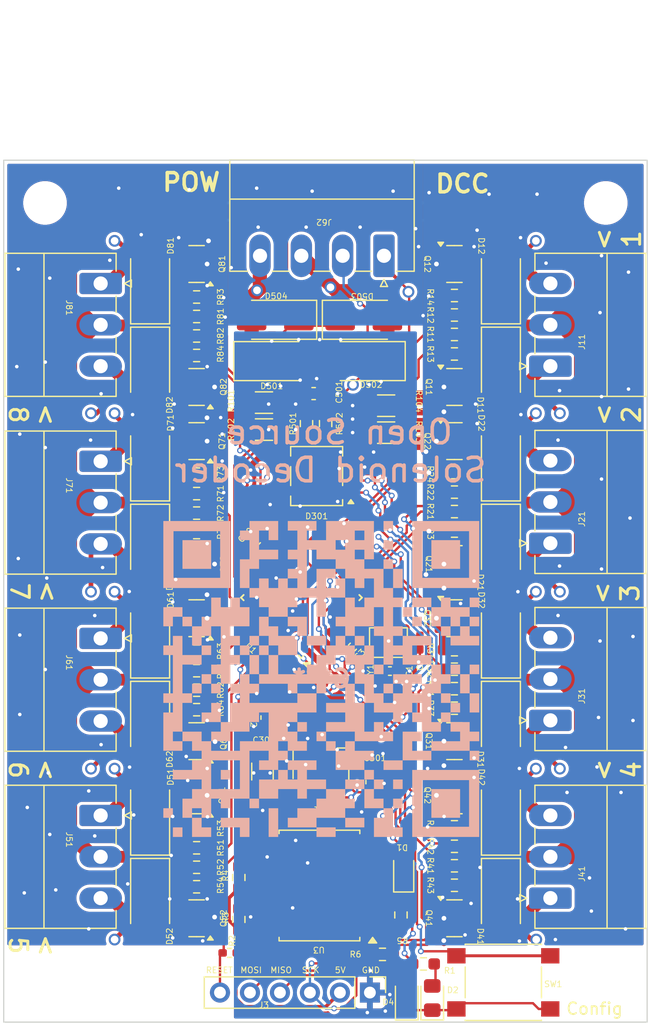
<source format=kicad_pcb>
(kicad_pcb (version 20240108) (generator "pcbnew") (generator_version "8.0")
  (layers (0 "F.Cu" signal) (31 "B.Cu" signal) (34 "B.Paste" user) (35 "F.Paste" user) (36 "B.SilkS" user "B.Silkscreen") (37 "F.SilkS" user "F.Silkscreen") (38 "B.Mask" user) (39 "F.Mask" user) (44 "Edge.Cuts" user))
  (net 0 "")
  (net 1 "GND")
  (net 2 "/uController/X1")
  (net 3 "/uController/X2")
  (net 4 "+5V")
  (net 5 "Net-(D1-K)")
  (net 6 "Net-(D4-A)")
  (net 7 "Net-(D11-A)")
  (net 8 "Net-(D12-A)")
  (net 9 "Net-(D21-A)")
  (net 10 "Net-(D22-A)")
  (net 11 "Net-(D31-A)")
  (net 12 "Net-(D32-A)")
  (net 13 "Net-(D41-A)")
  (net 14 "Net-(D42-A)")
  (net 15 "Net-(D51-A)")
  (net 16 "Net-(D52-A)")
  (net 17 "Net-(D61-A)")
  (net 18 "Net-(D62-A)")
  (net 19 "Net-(D71-A)")
  (net 20 "Net-(D72-A)")
  (net 21 "Net-(D81-A)")
  (net 22 "Net-(D82-A)")
  (net 23 "Net-(Q11-G)")
  (net 24 "Net-(Q12-G)")
  (net 25 "Net-(Q21-G)")
  (net 26 "Net-(Q22-G)")
  (net 27 "Net-(Q31-G)")
  (net 28 "Net-(Q32-G)")
  (net 29 "Net-(Q41-G)")
  (net 30 "Net-(Q42-G)")
  (net 31 "Net-(Q51-G)")
  (net 32 "Net-(Q52-G)")
  (net 33 "Net-(Q61-G)")
  (net 34 "Net-(Q62-G)")
  (net 35 "Net-(Q71-G)")
  (net 36 "Net-(Q72-G)")
  (net 37 "Net-(Q81-G)")
  (net 38 "Net-(Q82-G)")
  (net 39 "/uController/RESET")
  (net 40 "Net-(U3-EN)")
  (net 41 "/DCC/DCC_TTL")
  (net 42 "/uController/LED")
  (net 43 "Net-(SW1-A)")
  (net 45 "GND_COIL")
  (net 47 "VCC")
  (net 48 "/DCC/B")
  (net 49 "Net-(D2-A)")
  (net 50 "/DCC/A")
  (net 51 "/POWER/A")
  (net 52 "/POWER/B")
  (net 53 "/mosfets1/B")
  (net 54 "/mosfets1/A")
  (net 55 "/mosfets2/B")
  (net 56 "/mosfets2/A")
  (net 57 "/mosfets3/B")
  (net 58 "/mosfets3/A")
  (net 59 "/mosfets4/B")
  (net 60 "/mosfets4/A")
  (net 61 "/mosfets5/B")
  (net 62 "/mosfets5/A")
  (net 63 "Net-(D301-+)")
  (net 64 "/POWER/coilVoltage")
  (net 65 "/mosfets6/B")
  (net 66 "/mosfets6/A")
  (net 67 "/mosfets7/B")
  (net 68 "/mosfets7/A")
  (net 69 "/mosfets8/B")
  (net 70 "/mosfets8/A")
  (net 71 "/uController/LED_BLUE")
  (footprint "custom_kicad_lib_sk:pogoTestPad" (layer "F.Cu") (at 109.891409 114.413705)
    (property "Reference" "TP12" (hide yes))
    (property "Value" "TestPoint")
  )
  (footprint "LED_SMD:LED_0805_2012Metric_Pad1.15x1.40mm_HandSolder" (layer "F.Cu") (at 136.639409 133.844705 90)
    (property "Reference" "D4")
    (property "Value" "LED")
  )
  (footprint "Resistor_SMD:R_1206_3216Metric" (layer "F.Cu") (at 134.8945 85.959 180)
    (property "Reference" "R103")
    (property "Value" "0R1")
  )
  (footprint "Resistor_SMD:R_0603_1608Metric_Pad0.98x0.95mm_HandSolder" (layer "F.Cu") (at 140.6785 90.992)
    (property "Reference" "R22")
    (property "Value" "22R")
  )
  (footprint "Resistor_SMD:R_0603_1608Metric_Pad0.98x0.95mm_HandSolder" (layer "F.Cu") (at 118.8385 91.119 180)
    (property "Reference" "R71")
    (property "Value" "22R")
  )
  (footprint "custom_kicad_lib_sk:pogoTestPad" (layer "F.Cu") (at 147.578409 84.314705 180)
    (property "Reference" "TP2" (hide yes))
    (property "Value" "TestPoint")
  )
  (footprint "Resistor_SMD:R_0603_1608Metric_Pad0.98x0.95mm_HandSolder" (layer "F.Cu") (at 140.6785 122.643)
    (property "Reference" "R41")
    (property "Value" "22R")
  )
  (footprint "custom_kicad_lib_sk:pogoTestPad" (layer "F.Cu") (at 149.607409 84.314705 180)
    (property "Reference" "TP3" (hide yes))
    (property "Value" "TestPoint")
  )
  (footprint "Diode_SMD:D_SMA" (layer "F.Cu") (at 114.9015 73.23 90)
    (property "Reference" "D81")
    (property "Value" "SS34")
  )
  (footprint "Diode_SMD:D_SMA" (layer "F.Cu") (at 125.5 79.8975)
    (property "Reference" "D501")
    (property "Value" "SS53")
  )
  (footprint "Package_TO_SOT_SMD:SOT-23" (layer "F.Cu") (at 140.6785 116.674)
    (property "Reference" "Q42")
    (property "Value" "AO3400A")
  )
  (footprint "Connector_Phoenix_MC:PhoenixContact_MC_1,5_4-G-3.5_1x04_P3.50mm_Horizontal" (layer "F.Cu") (at 134.71 70.9765 180)
    (property "Reference" "J62")
    (property "Value" "Screw_Terminal_01x04")
  )
  (footprint "custom_kicad_lib_sk:crystal_arduino" (layer "F.Cu") (at 135.087 103.739)
    (property "Reference" "Y1")
    (property "Value" "Crystal_GND2")
  )
  (footprint "Package_TO_SOT_SMD:SOT-23" (layer "F.Cu") (at 140.6785 97.088)
    (property "Reference" "Q21")
    (property "Value" "AO3400A")
  )
  (footprint "Resistor_SMD:R_0603_1608Metric_Pad0.98x0.95mm_HandSolder" (layer "F.Cu") (at 118.8385 76.119 180)
    (property "Reference" "R81")
    (property "Value" "22R")
  )
  (footprint "Resistor_SMD:R_0603_1608Metric_Pad0.98x0.95mm_HandSolder" (layer "F.Cu") (at 140.6785 92.643)
    (property "Reference" "R21")
    (property "Value" "22R")
  )
  (footprint "Diode_SMD:D_SMA" (layer "F.Cu") (at 114.9015 103.23 90)
    (property "Reference" "D61")
    (property "Value" "SS34")
  )
  (footprint "Connector_Phoenix_MC:PhoenixContact_MC_1,5_3-G-3.5_1x03_P3.50mm_Horizontal" (layer "F.Cu") (at 110.7105 118.381 -90)
    (property "Reference" "J51")
    (property "Value" "~")
  )
  (footprint "Resistor_SMD:R_1206_3216Metric" (layer "F.Cu") (at 134.8945 83.673 180)
    (property "Reference" "R104")
    (property "Value" "0R1")
  )
  (footprint "custom_kicad_lib_sk:R_0603_smalltext" (layer "F.Cu") (at 128.148 85.189 -90)
    (property "Reference" "R501")
    (property "Value" "47k")
  )
  (footprint "Package_TO_SOT_SMD:SOT-23" (layer "F.Cu") (at 118.8385 86.674 180)
    (property "Reference" "Q71")
    (property "Value" "AO3400A")
  )
  (footprint "custom_kicad_lib_sk:R_0603_smalltext" (layer "F.Cu") (at 122.411 127.189 90)
    (property "Reference" "R3")
    (property "Value" "10k")
  )
  (footprint "custom_kicad_lib_sk:pogoTestPad" (layer "F.Cu") (at 130.179409 73.646705 90)
    (property "Reference" "TP20" (hide yes))
    (property "Value" "TestPoint")
  )
  (footprint "Diode_SMD:D_SMA" (layer "F.Cu") (at 144.6155 110.532 -90)
    (property "Reference" "D31")
    (property "Value" "SS34")
  )
  (footprint "Resistor_SMD:R_0603_1608Metric_Pad0.98x0.95mm_HandSolder" (layer "F.Cu") (at 118.8385 104.468 180)
    (property "Reference" "R63")
    (property "Value" "10k")
  )
  (footprint "Resistor_SMD:R_0603_1608Metric_Pad0.98x0.95mm_HandSolder" (layer "F.Cu") (at 140.6785 120.992)
    (property "Reference" "R42")
    (property "Value" "22R")
  )
  (footprint "Diode_SMD:D_SMA" (layer "F.Cu") (at 144.6155 88.23 90)
    (property "Reference" "D22")
    (property "Value" "~")
  )
  (footprint "Diode_SMD:D_SMA" (layer "F.Cu") (at 114.9015 80.532 -90)
    (property "Reference" "D82")
    (property "Value" "~")
  )
  (footprint "Resistor_SMD:R_0603_1608Metric_Pad0.98x0.95mm_HandSolder" (layer "F.Cu") (at 140.6785 77.643)
    (property "Reference" "R11")
    (property "Value" "22R")
  )
  (footprint "Resistor_SMD:R_1206_3216Metric" (layer "F.Cu") (at 124.546 83.411)
    (property "Reference" "R101")
    (property "Value" "0R1")
  )
  (footprint "Diode_SMD:D_SMA" (layer "F.Cu") (at 144.6155 80.532 -90)
    (property "Reference" "D11")
    (property "Value" "SS34")
  )
  (footprint "custom_kicad_lib_sk:R_0603_smalltext" (layer "F.Cu") (at 136.148409 126.808 90)
    (property "Reference" "R5")
    (property "Value" "1k5")
  )
  (footprint "custom_kicad_lib_sk:R_0603_smalltext" (layer "F.Cu") (at 122.411 123.633 90)
    (property "Reference" "R4")
    (property "Value" "10k")
  )
  (footprint "Diode_SMD:D_SMA" (layer "F.Cu") (at 114.9015 95.532 -90)
    (property "Reference" "D72")
    (property "Value" "~")
  )
  (footprint "Diode_SMD:D_SMA" (layer "F.Cu") (at 133 76.3975)
    (property "Reference" "D503")
    (property "Value" "SS53")
  )
  (footprint "Resistor_SMD:R_0603_1608Metric_Pad0.98x0.95mm_HandSolder" (layer "F.Cu") (at 140.6785 89.341)
    (property "Reference" "R24")
    (property "Value" "10k")
  )
  (footprint "Diode_SMD:D_SMA" (layer "F.Cu") (at 114.9015 118.23 90)
    (property "Reference" "D51")
    (property "Value" "SS34")
  )
  (footprint "Connector_Phoenix_MC:PhoenixContact_MC_1,5_3-G-3.5_1x03_P3.50mm_Horizontal" (layer "F.Cu") (at 110.7105 73.326 -90)
    (property "Reference" "J81")
    (property "Value" "~")
  )
  (footprint "Connector_PinHeader_2.54mm:PinHeader_1x06_P2.54mm_Vertical" (layer "F.Cu") (at 133.518 133.381 -90)
    (property "Reference" "J3")
    (property "Value" "ICSP")
  )
  (footprint "custom_kicad_lib_sk:pogoTestPad" (layer "F.Cu") (at 147.578409 99.427705 180)
    (property "Reference" "TP6" (hide yes))
    (property "Value" "TestPoint")
  )
  (footprint "Resistor_SMD:R_0603_1608Metric_Pad0.98x0.95mm_HandSolder" (layer "F.Cu") (at 118.8385 74.468 180)
    (property "Reference" "R83")
    (property "Value" "10k")
  )
  (footprint "custom_kicad_lib_sk:pogoTestPad" (layer "F.Cu") (at 109.891409 84.314705)
    (property "Reference" "TP16" (hide yes))
    (property "Value" "TestPoint")
  )
  (footprint "custom_kicad_lib_sk:pogoTestPad" (layer "F.Cu") (at 132.084409 81.901705 -90)
    (property "Reference" "TP18" (hide yes))
    (property "Value" "TestPoint")
  )
  (footprint "custom_kicad_lib_sk:pogoTestPad" (layer "F.Cu") (at 147.607409 128.891705)
    (property "Reference" "TP7" (hide yes))
    (property "Value" "TestPoint")
  )
  (footprint "Package_TO_SOT_SMD:SOT-23" (layer "F.Cu") (at 140.6785 127.088)
    (property "Reference" "Q41")
    (property "Value" "AO3400A")
  )
  (footprint "Package_TO_SOT_SMD:SOT-23" (layer "F.Cu") (at 118.8385 71.674 180)
    (property "Reference" "Q81")
    (property "Value" "AO3400A")
  )
  (footprint "Resistor_SMD:R_0603_1608Metric_Pad0.98x0.95mm_HandSolder" (layer "F.Cu") (at 140.6785 74.341)
    (property "Reference" "R14")
    (property "Value" "10k")
  )
  (footprint "custom_kicad_lib_sk:pogoTestPad" (layer "F.Cu") (at 111.891409 84.314705)
    (property "Reference" "TP13" (hide yes))
    (property "Value" "TestPoint")
  )
  (footprint "Capacitor_SMD:C_0402_1005Metric" (layer "F.Cu") (at 123.911 95.103 -135)
    (property "Reference" "C101")
    (property "Value" "100nF")
  )
  (footprint "Resistor_SMD:R_0603_1608Metric_Pad0.98x0.95mm_HandSolder" (layer "F.Cu") (at 118.8385 119.468 180)
    (property "Reference" "R53")
    (property "Value" "10k")
  )
  (footprint "Package_QFP:TQFP-32_7x7mm_P0.8mm" (layer "F.Cu") (at 127.721 99.929 135)
    (property "Reference" "U1")
    (property "Value" "ATmega328-A")
  )
  (footprint "Diode_SMD:D_SMA" (layer "F.Cu") (at 144.6155 125.532 -90)
    (property "Reference" "D41")
    (property "Value" "SS34")
  )
  (footprint "custom_kicad_lib_sk:pogoTestPad" (layer "F.Cu") (at 149.607409 99.427705 180)
    (property "Reference" "TP1" (hide yes))
    (property "Value" "TestPoint")
  )
  (footprint "custom_kicad_lib_sk:pogoTestPad" (layer "F.Cu") (at 147.578409 69.709705 180)
    (property "Reference" "TP4" (hide yes))
    (property "Value" "TestPoint")
  )
  (footprint "Resistor_SMD:R_0603_1608Metric_Pad0.98x0.95mm_HandSolder" (layer "F.Cu") (at 140.6785 124.294)
    (property "Reference" "R43")
    (property "Value" "10k")
  )
  (footprint "Resistor_SMD:R_0603_1608Metric_Pad0.98x0.95mm_HandSolder" (layer "F.Cu") (at 140.6785 79.294)
    (property "Reference" "R13")
    (property "Value" "10k")
  )
  (footprint "Resistor_SMD:R_0603_1608Metric_Pad0.98x0.95mm_HandSolder" (layer "F.Cu") (at 140.6785 105.992)
    (property "Reference" "R32")
    (property "Value" "22R")
  )
  (footprint "Capacitor_SMD:C_1206_3216Metric_Pad1.33x1.80mm_HandSolder" (layer "F.Cu") (at 124.419 114.661 90)
    (property "Reference" "C303")
    (property "Value" "100uF")
  )
  (footprint "MountingHole:MountingHole_3.2mm_M3" (layer "F.Cu") (at 153.5 66.5)
    (property "Reference" "REF**" (hide yes))
    (property "Value" "MountingHole_3.2mm_M3")
  )
  (footprint "Resistor_SMD:R_0603_1608Metric_Pad0.98x0.95mm_HandSolder" (layer "F.Cu") (at 134.585409 130.147)
    (property "Reference" "R6")
    (property "Value" "6k2")
  )
  (footprint "custom_kicad_lib_sk:pogoTestPad" (layer "F.Cu") (at 123.956409 73.900705 90)
    (property "Reference" "TP19" (hide yes))
    (property "Value" "TestPoint")
  )
  (footprint "Connector_Phoenix_MC:PhoenixContact_MC_1,5_3-G-3.5_1x03_P3.50mm_Horizontal" (layer "F.Cu") (at 110.7105 103.381 -90)
    (property "Reference" "J61")
    (property "Value" "~")
  )
  (footprint "Resistor_SMD:R_0603_1608Metric_Pad0.98x0.95mm_HandSolder" (layer "F.Cu") (at 140.6785 94.294)
    (property "Reference" "R23")
    (property "Value" "10k")
  )
  (footprint "Resistor_SMD:R_0603_1608Metric_Pad0.98x0.95mm_HandSolder" (layer "F.Cu") (at 118.8385 122.77 180)
    (property "Reference" "R52")
    (property "Value" "22R")
  )
  (footprint "Diode_SMD:D_SMA" (layer "F.Cu") (at 125.5 76.3975 180)
    (property "Reference" "D504")
    (property "Value" "SS53")
  )
  (footprint "Resistor_SMD:R_0603_1608Metric_Pad0.98x0.95mm_HandSolder" (layer "F.Cu") (at 118.8385 94.421 180)
    (property "Reference" "R74")
    (property "Value" "10k")
  )
  (footprint "Connector_Phoenix_MC:PhoenixContact_MC_1,5_3-G-3.5_1x03_P3.50mm_Horizontal" (layer "F.Cu") (at 148.8065 80.326 90)
    (property "Reference" "J11")
    (property "Value" "~")
  )
  (footprint "Resistor_SMD:R_0603_1608Metric_Pad0.98x0.95mm_HandSolder" (layer "F.Cu") (at 140.6785 119.341)
    (property "Reference" "R44")
    (property "Value" "10k")
  )
  (footprint "Connector_Phoenix_MC:PhoenixContact_MC_1,5_3-G-3.5_1x03_P3.50mm_Horizontal" (layer "F.Cu") (at 148.8065 110.326 90)
    (property "Reference" "J31")
    (property "Value" "~")
  )
  (footprint "Resistor_SMD:R_0603_1608Metric_Pad0.98x0.95mm_HandSolder" (layer "F.Cu") (at 118.8385 79.421 180)
    (property "Reference" "R84")
    (property "Value" "10k")
  )
  (footprint "Resistor_SMD:R_0603_1608Metric_Pad0.98x0.95mm_HandSolder" (layer "F.Cu") (at 118.8385 124.421 180)
    (property "Reference" "R54")
    (property "Value" "10k")
  )
  (footprint "Resistor_SMD:R_0603_1608Metric_Pad0.98x0.95mm_HandSolder" (layer "F.Cu") (at 118.8385 109.421 180)
    (property "Reference" "R64")
    (property "Value" "10k")
  )
  (footprint "Package_TO_SOT_SMD:SOT-23" (layer "F.Cu") (at 118.8385 101.674 180)
    (property "Reference" "Q61")
    (property "Value" "AO3400A")
  )
  (footprint "Resistor_SMD:R_0402_1005Metric_Pad0.72x0.64mm_HandSolder" (layer "F.Cu") (at 121.641 130.02 180)
    (property "Reference" "R2")
    (property "Value" "10k")
  )
  (footprint "Connector_Phoenix_MC:PhoenixContact_MC_1,5_3-G-3.5_1x03_P3.50mm_Horizontal" (layer "F.Cu") (at 110.7105 88.381 -90)
    (property "Reference" "J71")
    (property "Value" "~")
  )
  (footprint "Capacitor_SMD:C_0603_1608Metric_Pad1.08x0.95mm_HandSolder" (layer "F.Cu") (at 128.753 82.649)
    (property "Reference" "C501")
    (property "Value" "100nF")
  )
  (footprint "Resistor_SMD:R_1206_3216Metric" (layer "F.Cu") (at 124.546 85.697)
    (property "Reference" "R102")
    (property "Value" "0R1")
  )
  (footprint "Package_TO_SOT_SMD:SOT-23" (layer "F.Cu") (at 118.8385 97.088 180)
    (property "Reference" "Q72")
    (property "Value" "AO3400A")
  )
  (footprint "Package_TO_SOT_SMD:SOT-23" (layer "F.Cu") (at 118.8385 127.088 180)
    (property "Reference" "Q52")
    (property "Value" "AO3400A")
  )
  (footprint "Package_TO_SOT_SMD:SOT-23" (layer "F.Cu") (at 140.6785 82.088)
    (property "Reference" "Q11")
    (property "Value" "AO3400A")
  )
  (footprint "Diode_SMD:D_SMA" (layer "F.Cu") (at 114.9015 110.532 -90)
    (property "Reference" "D62")
    (property "Value" "~")
  )
  (footprint "Connector_Phoenix_MC:PhoenixContact_MC_1,5_3-G-3.5_1x03_P3.50mm_Horizontal" (layer "F.Cu") (at 148.8065 125.381 90)
    (property "Reference" "J41")
    (property "Value" "~")
  )
  (footprint "Resistor_SMD:R_0603_1608Metric_Pad0.98x0.95mm_HandSolder" (layer "F.Cu") (at 118.8385 77.77 180)
    (property "Reference" "R82")
    (property "Value" "22R")
  )
  (footprint "custom_kicad_lib_sk:R_0603_smalltext" (layer "F.Cu") (at 138.052 130.956)
    (property "Reference" "R1")
    (property "Value" "10k")
  )
  (footprint "Resistor_SMD:R_0603_1608Metric_Pad0.98x0.95mm_HandSolder" (layer "F.Cu") (at 118.8385 107.77 180)
    (property "Reference" "R62")
    (property "Value" "22R")
  )
  (footprint "Package_TO_SOT_SMD:SOT-23" (layer "F.Cu") (at 140.6785 71.674)
    (property "Reference" "Q12")
    (property "Value" "AO3400A")
  )
  (footprint "Diode_SMD:D_SMA" (layer "F.Cu") (at 144.6155 103.23 90)
    (property "Reference" "D32")
    (property "Value" "~")
  )
  (footprint "Resistor_SMD:R_0603_1608Metric_Pad0.98x0.95mm_HandSolder" (layer "F.Cu") (at 118.8385 92.77 180)
    (property "Reference" "R72")
    (property "Value" "22R")
  )
  (footprint "Package_TO_SOT_SMD:SOT-23" (layer "F.Cu") (at 118.8385 116.674 180)
    (property "Reference" "Q51")
    (property "Value" "AO3400A")
  )
  (footprint "Diode_SMD:D_SMA" (layer "F.Cu") (at 144.6155 95.532 -90)
    (property "Reference" "D21")
    (property "Value" "SS34")
  )
  (footprint "custom_kicad_lib_sk:pogoTestPad" (layer "F.Cu") (at 111.891409 99.427705)
    (property "Reference" "TP11" (hide yes))
    (property "Value" "TestPoint")
  )
  (footprint "custom_kicad_lib_sk:pogoTestPad" (layer "F.Cu") (at 147.578409 114.413705)
    (property "Reference" "TP8" (hide yes))
    (property "Value" "TestPoint")
  )
  (footprint "Connector_Phoenix_MC:PhoenixContact_MC_1,5_3-G-3.5_1x03_P3.50mm_Horizontal" (layer "F.Cu") (at 148.8065 95.326 90)
    (property "Reference" "J21")
    (property "Value" "~")
  )
  (footprint "custom_kicad_lib_sk:R_0603_smalltext" (layer "F.Cu") (at 129.769 85.189 90)
    (property "Reference" "R502")
    (property "Value" "10k")
  )
  (footprint "Package_TO_SOT_SMD:SOT-23" (layer "F.Cu") (at 118.8385 82.088 180)
    (property "Reference" "Q82")
    (property "Value" "AO3400A")
  )
  (footprint "MountingHole:MountingHole_3.2mm_M3" (layer "F.Cu") (at 153.5 132.5)
    (property "Reference" "REF**" (hide yes))
    (property "Value" "MountingHole_3.2mm_M3")
  )
  (footprint "Resistor_SMD:R_0603_1608Metric_Pad0.98x0.95mm_HandSolder" (layer "F.Cu") (at 118.8385 121.119 180)
    (property "Reference" "R51")
    (property "Value" "22R")
  )
  (footprint "Resistor_SMD:R_0603_1608Metric_Pad0.98x0.95mm_HandSolder" (layer "F.Cu") (at 140.6785 104.341)
    (property "Reference" "R34")
    (property "Value" "10k")
  )
  (footprint "Capacitor_SMD:C_0402_1005Metric_Pad0.74x0.62mm_HandSolder" (layer "F.Cu") (at 137.754 103.739 90)
    (property "Reference" "C2")
    (property "Value" "12pF")
  )
  (footprint "custom_kicad_lib_sk:pogoTestPad" (layer "F.Cu") (at 109.891409 99.427705)
    (property "Reference" "TP14" (hide yes))
    (property "Value" "TestPoint")
  )
  (footprint "Package_TO_SOT_SMD:SOT-23" (layer "F.Cu") (at 118.8385 112.088 180)
    (property "Reference" "Q62")
    (property "Value" "AO3400A")
  )
  (footprint "Package_TO_SOT_SMD:SOT-89-3" (layer "F.Cu") (at 129.372 114.026897 90)
    (property "Reference" "U301")
    (property "Value" "L78L05_SOT89")
  )
  (footprint "Package_TO_SOT_SMD:SOT-23" (layer "F.Cu") (at 140.6785 101.674)
    (property "Reference" "Q32")
    (property "Value" "AO3400A")
  )
  (footprint "Resistor_SMD:R_0603_1608Metric_Pad0.98x0.95mm_HandSolder" (layer "F.Cu") (at 140.6785 75.992)
    (property "Reference" "R12")
    (property "Value" "22R")
  )
  (footprint "custom_kicad_lib_sk:pogoTestPad" (layer "F.Cu") (at 111.891409 69.709705)
    (property "Reference" "TP15" (hide yes))
    (property "Value" "TestPoint")
  )
  (footprint "Capacitor_SMD:C_0603_1608Metric_Pad1.08x0.95mm_HandSolder" (layer "F.Cu") (at 133.69 115.55 90)
    (property "Reference" "C301")
    (property "Value" "330nF")
  )
  (footprint "custom_kicad_lib_sk:pogoTestPad" (layer "F.Cu") (at 111.891409 114.413705)
    (property "Reference" "TP9" (hide yes))
    (property "Value" "TestPoint")
  )
  (footprint "Diode_SMD:D_SMA" (layer "F.Cu") (at 114.9015 125.532 -90)
    (property "Reference" "D52")
    (property "Value" "~")
  )
  (footprint "LED_SMD:LED_0805_2012Metric_Pad1.15x1.40mm_HandSolder" (layer "F.Cu") (at 138.798409 133.844705 90)
    (property "Reference" "D2")
    (property "Value" "LED")
  )
  (footprint "Diode_SMD:D_SMA" (layer "F.Cu") (at 114.9015 88.23 90)
    (property "Reference" "D71")
    (property "Value" "SS34")
  )
  (footprint "Capacitor_SMD:C_0402_1005Metric_Pad0.74x0.62mm_HandSolder" (layer "F.Cu") (at 135.214 106.152 180)
    (property "Reference" "C1")
    (property "Value" "12pF")
  )
  (footprint "Capacitor_SMD:C_0603_1608Metric_Pad1.08x0.95mm_HandSolder" (layer "F.Cu") (at 124.8 110.089 -90)
    (property "Reference" "C302")
    (property "Value" "100nF")
  )
  (footprint "Diode_SMD:D_SMA" (layer "F.Cu") (at 144.6155 73.23 90)
    (property "Reference" "D12")
    (property "Value" "~")
  )
  (footprint "custom_kicad_lib_sk:pogoTestPad" (layer "F.Cu") (at 111.891409 128.891705)
    (property "Reference" "TP10" (hide yes))
    (property "Value" "TestPoint")
  )
  (footprint "Package_SO:SOP-8_6.62x9.15mm_P2.54mm" (layer "F.Cu") (at 129.245 124.313 180)
    (property "Reference" "U3")
    (property "Value" "6N137")
  )
  (footprint "MountingHole:MountingHole_3.2mm_M3" (layer "F.Cu") (at 106 66.5)
    (property "Reference" "REF**" (hide yes))
    (property "Value" "MountingHole_3.2mm_M3")
  )
  (footprint "Package_TO_SOT_SMD:TO-269AA" (layer "F.Cu") (at 129.007 89.634 180)
    (property "Reference" "D301")
    (property "Value" "MB10S")
  )
  (footprint "Package_TO_SOT_SMD:SOT-23" (layer "F.Cu") (at 140.6785 86.674)
    (property "Reference" "Q22")
    (property "Value" "AO3400A")
  )
  (footprint "MountingHole:MountingHole_3.2mm_M3" (layer "F.Cu") (at 106 132.5)
    (property "Reference" "REF**" (hide yes))
    (property "Value" "MountingHole_3.2mm_M3")
  )
  (footprint "Capacitor_SMD:C_0402_1005Metric" (layer "F.Cu") (at 132.039 104.12 -135)
    (property "Reference" "C3")
    (property "Value" "100nF")
  )
  (footprint "Resistor_SMD:R_0603_1608Metric_Pad0.98x0.95mm_HandSolder" (layer "F.Cu") (at 118.8385 106.119 180)
    (property "Reference" "R61")
    (property "Value" "22R")
  )
  (footprint "custom_kicad_lib_sk:pogoTestPad" (layer "F.Cu") (at 149.607409 114.413705 180)
    (property "Reference" "TP5" (hide yes))
    (property "Value" "TestPoint")
  )
  (footprint "custom_kicad_lib_sk:pogoTestPad" (layer "F.Cu") (at 136.783409 74.027705 -90)
    (property "Reference" "TP17" (hide yes))
    (property "Value" "TestPoint")
  )
  (footprint "custom_kicad_lib_sk:tactile_SMD_6mm" (layer "F.Cu") (at 144.821 132.516)
    (property "Reference" "SW1")
    (property "Value" "SW_SPST")
  )
  (footprint "Diode_SMD:D_SOD-323" (layer "F.Cu") (at 136.381 123.252 90)
    (property "Reference" "D1")
    (property "Value" "D")
  )
  (footprint "Resistor_SMD:R_0603_1608Metric_Pad0.98x0.95mm_HandSolder" (layer "F.Cu") (at 118.8385 89.468 180)
    (property "Reference" "R73")
    (property "Value" "10k")
  )
  (footprint "Resistor_SMD:R_0603_1608Metric_Pad0.98x0.95mm_HandSolder" (layer "F.Cu") (at 140.6785 107.643)
    (property "Reference" "R31")
    (property "Value" "22R")
  )
  (footprint "Diode_SMD:D_SMA" (layer "F.Cu") (at 133 79.8975 180)
    (property "Reference" "D502")
    (property "Value" "SS53")
  )
  (footprint "Diode_SMD:D_SMA" (layer "F.Cu") (at 144.6155 118.23 90)
    (property "Reference" "D42")
    (property "Value" "~")
  )
  (footprint "Resistor_SMD:R_0603_1608Metric_Pad0.98x0.95mm_HandSolder" (layer "F.Cu") (at 140.6785 109.294)
    (property "Reference" "R33")
    (property "Value" "10k")
  )
  (footprint "Package_TO_SOT_SMD:SOT-23" (layer "F.Cu") (at 140.6785 112.088)
    (property "Reference" "Q31")
    (property "Value" "AO3400A")
  )
  (footprint "custom_kicad_lib_sk:OS-model-railway-electronics" (layer "B.Cu") (at 129.413 106.807 180)
    (property "Reference" "G***")
    (property "Value" "LOGO" (hide yes))
  )
  (gr_rect (start 102.5 62.881) (end 157 135.881) (stroke (width 0.1)) (fill none) (layer "Edge.Cuts"))
  (gr_text "Open Source \nSolenoid Decoder" (at 130.175 90.297 0) (layer "B.SilkS") (effects (font (size 2 2) (thickness 0.3)) (justify bottom mirror)))
  (gr_text "<\n8" (at 102.845 84.427 -90) (layer "F.SilkS") (effects (font (size 1.5 1.5) (thickness 0.25) (bold yes)) (justify bottom)))
  (gr_text "POW" (at 115.799 65.631 0) (layer "F.SilkS") (effects (font (size 1.5 1.5) (thickness 0.3) (bold yes)) (justify left bottom)))
  (gr_text "RESET" (at 119.583695 131.773897 0) (layer "F.SilkS") (effects (font (size 0.5 0.5) (thickness 0.075)) (justify left bottom)))
  (gr_text "<\n6" (at 102.845 114.526 -90) (layer "F.SilkS") (effects (font (size 1.5 1.5) (thickness 0.25) (bold yes)) (justify bottom)))
  (gr_text "MOSI" (at 122.504695 131.773897 0) (layer "F.SilkS") (effects (font (size 0.5 0.5) (thickness 0.075)) (justify left bottom)))
  (gr_text "SCK\n" (at 127.711695 131.773897 0) (layer "F.SilkS") (effects (font (size 0.5 0.5) (thickness 0.075)) (justify left bottom)))
  (gr_text "<\n7" (at 102.972 99.413 -90) (layer "F.SilkS") (effects (font (size 1.5 1.5) (thickness 0.25) (bold yes)) (justify bottom)))
  (gr_text "<\n4" (at 156.566 114.526 90) (layer "F.SilkS") (effects (font (size 1.5 1.5) (thickness 0.25) (bold yes)) (justify bottom)))
  (gr_text "<\n1" (at 156.566 69.568 90) (layer "F.SilkS") (effects (font (size 1.5 1.5) (thickness 0.25) (bold yes)) (justify bottom)))
  (gr_text "MISO" (at 125.044695 131.773897 0) (layer "F.SilkS") (effects (font (size 0.5 0.5) (thickness 0.075)) (justify left bottom)))
  (gr_text "GND" (at 132.791695 131.773897 0) (layer "F.SilkS") (effects (font (size 0.5 0.5) (thickness 0.075)) (justify left bottom)))
  (gr_text "DCC" (at 138.913 65.758 0) (layer "F.SilkS") (effects (font (size 1.5 1.5) (thickness 0.3) (bold yes)) (justify left bottom)))
  (gr_text "<\n3" (at 156.439 99.54 90) (layer "F.SilkS") (effects (font (size 1.5 1.5) (thickness 0.25) (bold yes)) (justify bottom)))
  (gr_text "<\n2" (at 156.566 84.427 90) (layer "F.SilkS") (effects (font (size 1.5 1.5) (thickness 0.25) (bold yes)) (justify bottom)))
  (gr_text "<\n5" (at 102.845 129.385 -90) (layer "F.SilkS") (effects (font (size 1.5 1.5) (thickness 0.25) (bold yes)) (justify bottom)))
  (gr_text "5V" (at 130.505695 131.773897 0) (layer "F.SilkS") (effects (font (size 0.5 0.5) (thickness 0.075)) (justify left bottom)))
  (gr_text "Config" (at 150.063695 135.329897 0) (layer "F.SilkS") (effects (font (size 1 1)) (justify left bottom)))
  (segment (start 137.1985 105.8265) (end 136.9445 105.8265) (width 0.2) (layer "F.Cu") (net 1))
  (segment (start 124.8 110.9515) (end 124.8 112.7175) (width 0.2) (layer "F.Cu") (net 1))
  (segment (start 136.187 104.689) (end 136.881 105.383) (width 0.2) (layer "F.Cu") (net 1))
  (segment (start 136.187 104.689) (end 135.103 103.605) (width 0.2) (layer "F.Cu") (net 1))
  (segment (start 124.943 87.221) (end 124.99929 87.27729) (width 0.4) (layer "F.Cu") (net 1))
  (segment (start 129.877676 103.782732) (end 130.554355 104.459411) (width 0.2) (layer "F.Cu") (net 1))
  (segment (start 123.546 94.333) (end 123.571589 94.358589) (width 0.2) (layer "F.Cu") (net 1))
  (segment (start 130.15 101.572) (end 130.15 101.792314) (width 0.2) (layer "F.Cu") (net 1))
  (segment (start 123.571589 93.799411) (end 123.673 93.698) (width 0.2) (layer "F.Cu") (net 1))
  (segment (start 126.0085 83.411) (end 125.07 83.411) (width 0.4) (layer "F.Cu") (net 1))
  (segment (start 141.13 134.283) (end 147.33 134.283) (width 0.2) (layer "F.Cu") (net 1))
  (segment (start 137.262 105.763) (end 136.881 106.144) (width 0.2) (layer "F.Cu") (net 1))
  (segment (start 137.754 105.271) (end 137.754 104.3065) (width 0.2) (layer "F.Cu") (net 1))
  (segment (start 136.9445 105.8265) (end 136.881 105.763) (width 0.2) (layer "F.Cu") (net 1))
  (segment (start 136.881 105.383) (end 136.882 105.383) (width 0.2) (layer "F.Cu") (net 1))
  (segment (start 124.816 81.887) (end 124.943 82.014) (width 0.4) (layer "F.Cu") (net 1))
  (segment (start 137.262 105.382) (end 137.262 105.763) (width 0.2) (layer "F.Cu") (net 1))
  (segment (start 124.943 82.014) (end 124.943 85.697) (width 0.4) (layer "F.Cu") (net 1))
  (segment (start 136.187 104.689) (end 136.187 105.7465) (width 0.2) (layer "F.Cu") (net 1))
  (segment (start 137.672409 134.869705) (end 136.068705 134.869705) (width 0.2) (layer "F.Cu") (net 1))
  (segment (start 137.3715 104.689) (end 137.754 104.3065) (width 0.2) (layer "F.Cu") (net 1))
  (segment (start 129.6155 82.649) (end 129.6155 81.282) (width 0.2) (layer "F.Cu") (net 1))
  (segment (start 123.571589 94.358589) (end 123.571589 95.442411) (width 0.2) (layer "F.Cu") (net 1))
  (segment (start 129.6155 81.282) (end 131 79.8975) (width 0.2) (layer "F.Cu") (net 1))
  (segment (start 130.15 101.792314) (end 131.009047 102.651361) (width 0.2) (layer "F.Cu") (net 1))
  (segment (start 137.262 105.382) (end 136.88 105.382) (width 0.2) (layer "F.Cu") (net 1))
  (segment (start 125.07 83.411) (end 124.943 83.538) (width 0.4) (layer "F.Cu") (net 1))
  (segment (start 137.262 105.763) (end 137.1985 105.8265) (width 0.2) (layer "F.Cu") (net 1))
  (segment (start 136.88 105.382) (end 136.187 104.689) (width 0.2) (layer "F.Cu") (net 1))
  (segment (start 130.554355 104.459411) (end 131.699589 104.459411) (width 0.2) (layer "F.Cu") (net 1))
  (segment (start 136.881 105.763) (end 136.881 106.144) (width 0.2) (layer "F.Cu") (net 1))
  (segment (start 123.673 88.745) (end 126.0085 86.4095) (width 0.2) (layer "F.Cu") (net 1))
  (segment (start 137.643 105.382) (end 137.262 105.763) (width 0.2) (layer "F.Cu") (net 1))
  (segment (start 123.673 89.38) (end 123.419 89.126) (width 0.2) (layer "F.Cu") (net 1))
  (segment (start 123.571589 95.442411) (end 123.571589 96.345275) (width 0.2) (layer "F.Cu") (net 1))
  (segment (start 140.543295 134.869705) (end 141.13 134.283) (width 0.2) (layer "F.Cu") (net 1))
  (segment (start 136.639409 134.869705) (end 140.543295 134.869705) (width 0.2) (layer "F.Cu") (net 1))
  (segment (start 135.103 103.605) (end 135.103 103.604) (width 0.2) (layer "F.Cu") (net 1))
  (segment (start 123.673 88.872) (end 123.673 88.745) (width 0.2) (layer "F.Cu") (net 1))
  (segment (start 135.102 103.604) (end 134.287 102.789) (width 0.2) (layer "F.Cu") (net 1))
  (segment (start 126.0085 85.697) (end 124.943 85.697) (width 0.4) (layer "F.Cu") (net 1))
  (segment (start 123.571589 94.307411) (end 123.571589 93.799411) (width 0.2) (layer "F.Cu") (net 1))
  (segment (start 124.943 85.697) (end 124.943 87.221) (width 0.4) (layer "F.Cu") (net 1))
  (segment (start 135.103 103.604) (end 135.102 103.604) (width 0.2) (layer "F.Cu") (net 1))
  (segment (start 147.813 134.766) (end 148.796 134.766) (width 0.2) (layer "F.Cu") (net 1))
  (segment (start 136.187 104.689) (end 137.3715 104.689) (width 0.2) (layer "F.Cu") (net 1))
  (segment (start 137.643 105.382) (end 137.262 105.382) (width 0.2) (layer "F.Cu") (net 1))
  (segment (start 123.546 94.333) (end 123.571589 94.307411) (width 0.2) (layer "F.Cu") (net 1))
  (segment (start 123.673 93.698) (end 123.673 89.38) (width 0.2) (layer "F.Cu") (net 1))
  (segment (start 136.187 105.7465) (end 135.7815 106.152) (width 0.2) (layer "F.Cu") (net 1))
  (segment (start 131.699589 104.459411) (end 131.699589 103.341903) (width 0.2) (layer "F.Cu") (net 1))
  (segment (start 136.881 105.383) (end 136.881 105.763) (width 0.2) (layer "F.Cu") (net 1))
  (segment (start 147.33 134.283) (end 147.813 134.766) (width 0.2) (layer "F.Cu") (net 1))
  (segment (start 123.419 89.126) (end 123.673 88.872) (width 0.2) (layer "F.Cu") (net 1))
  (segment (start 137.643 105.382) (end 137.754 105.271) (width 0.2) (layer "F.Cu") (net 1))
  (segment (start 136.882 105.383) (end 137.262 105.763) (width 0.2) (layer "F.Cu") (net 1))
  (segment (start 131.699589 103.341903) (end 131.009047 102.651361) (width 0.2) (layer "F.Cu") (net 1))
  (segment (start 123.571589 96.345275) (end 124.432953 97.206639) (width 0.2) (layer "F.Cu") (net 1))
  (via (at 134.624409 113.143705) (size 0.5) (drill 0.3) (layers "F.Cu" "B.Cu") (net 1))
  (via (at 130.785 91.793) (size 0.5) (drill 0.3) (layers "F.Cu" "B.Cu") (net 1))
  (via (at 133.706 113.256) (size 0.5) (drill 0.3) (layers "F.Cu" "B.Cu") (net 1))
  (via (at 127.61 81.506) (size 0.5) (drill 0.3) (layers "F.Cu" "B.Cu") (net 1))
  (via (at 134.722 115.669) (size 0.5) (drill 0.3) (layers "F.Cu" "B.Cu") (net 1))
  (via (at 130.8695 114.198897) (size 0.5) (drill 0.3) (layers "F.Cu" "B.Cu") (net 1))
  (via (at 127.102 106.017) (size 0.5) (drill 0.3) (layers "F.Cu" "B.Cu") (net 1))
  (via (at 133.833 87.602) (size 0.5) (drill 0.3) (layers "F.Cu" "B.Cu") (net 1))
  (via (at 133.299695 135.075897) (size 0.5) (drill 0.3) (layers "F.Cu" "B.Cu") (net 1))
  (via (at 126.975 101.064) (size 0.5) (drill 0.3) (layers "F.Cu" "B.Cu") (net 1))
  (via (at 124.816 81.887) (size 0.5) (drill 0.3) (layers "F.Cu" "B.Cu") (net 1))
  (via (at 133.452 81.887) (size 0.5) (drill 0.3) (layers "F.Cu" "B.Cu") (net 1))
  (via (at 126.594 110.716) (size 0.5) (drill 0.3) (layers "F.Cu" "B.Cu") (net 1))
  (via (at 135.103 103.604) (size 0.5) (drill 0.3) (layers "F.Cu" "B.Cu") (net 1))
  (via (at 125.578 98.27) (size 0.5) (drill 0.3) (layers "F.Cu" "B.Cu") (net 1))
  (via (at 123.419 126.972) (size 0.5) (drill 0.3) (layers "F.Cu" "B.Cu") (net 1))
  (via (at 137.643 105.382) (size 0.5) (drill 0.3) (layers "F.Cu" "B.Cu") (net 1))
  (via (at 132.944 106.144) (size 0.5) (drill 0.3) (layers "F.Cu" "B.Cu") (net 1))
  (via (at 125.07 114.78) (size 0.5) (drill 0.3) (layers "F.Cu" "B.Cu") (net 1))
  (via (at 126.594 102.715) (size 0.5) (drill 0.3) (layers "F.Cu" "B.Cu") (net 1))
  (via (at 133.96 107.414) (size 0.5) (drill 0.3) (layers "F.Cu" "B.Cu") (net 1))
  (via (at 129.4725 111.531897) (size 0.5) (drill 0.3) (layers "F.Cu" "B.Cu") (net 1))
  (via (at 124.943 83.538) (size 0.5) (drill 0.3) (layers "F.Cu" "B.Cu") (net 1))
  (via (at 124.435 117.955) (size 0.5) (drill 0.3) (layers "F.Cu" "B.Cu") (net 1))
  (via (at 126.721 107.922) (size 0.5) (drill 0.3) (layers "F.Cu" "B.Cu") (net 1))
  (via (at 132.817 118.082) (size 0.5) (drill 0.3) (layers "F.Cu" "B.Cu") (net 1))
  (via (at 132.055 84.808) (size 0.5) (drill 0.3) (layers "F.Cu" "B.Cu") (net 1))
  (via (at 130.15 101.572) (size 0.5) (drill 0.3) (layers "F.Cu" "B.Cu") (net 1))
  (via (at 130.912 88.999) (size 0.5) (drill 0.3) (layers "F.Cu" "B.Cu") (net 1))
  (via (at 135.611 108.811) (size 0.5) (drill 0.3) (layers "F.Cu" "B.Cu") (net 1))
  (via (at 123.927 108.049) (size 0.5) (drill 0.3) (layers "F.Cu" "B.Cu") (net 1))
  (via (at 128.0755 114.071897) (size 0.5) (drill 0.3) (layers "F.Cu" "B.Cu") (net 1))
  (via (at 123.673 110.843) (size 0.5) (drill 0.3) (layers "F.Cu" "B.Cu") (net 1))
  (via (at 125.07 92.047) (size 0.5) (drill 0.3) (layers "F.Cu" "B.Cu") (net 1))
  (via (at 125.959 82.014) (size 0.5) (drill 0.3) (layers "F.Cu" "B.Cu") (net 1))
  (via (at 134.468 81.633) (size 0.5) (drill 0.3) (layers "F.Cu" "B.Cu") (net 1))
  (via (at 135.738 107.033) (size 0.5) (drill 0.3) (layers "F.Cu" "B.Cu") (net 1))
  (via (at 131.039 87.602) (size 0.5) (drill 0.3) (layers "F.Cu" "B.Cu") (net 1))
  (via (at 123.419 94.333) (size 0.5) (drill 0.3) (layers "F.Cu" "B.Cu") (net 1))
  (via (at 128.245 122.4) (size 0.5) (drill 0.3) (layers "F.Cu" "B.Cu") (net 1))
  (via (at 126.467 113.764) (size 0.5) (drill 0.3) (layers "F.Cu" "B.Cu") (net 1))
  (via (at 136.881 106.144) (size 0.5) (drill 0.3) (layers "F.Cu" "B.Cu") (net 1))
  (via (at 125.197 78.204) (size 0.5) (drill 0.3) (layers "F.Cu" "B.Cu") (net 1))
  (via (at 124.816 94.079) (size 0.5) (drill 0.3) (layers "F.Cu" "B.Cu") (net 1))
  (via (at 135.204695 133.551897) (size 0.5) (drill 0.3) (layers "F.Cu" "B.Cu") (net 1))
  (via (at 134.823695 134.948897) (size 0.5) (drill 0.3) (layers "F.Cu" "B.Cu") (net 1))
  (via (at 126.213 111.859) (size 0.5) (drill 0.3) (layers "F.Cu" "B.Cu") (net 1))
  (via (at 129.007 81.379) (size 0.5) (drill 0.3) (layers "F.Cu" "B.Cu") (net 1))
  (via (at 129.261 78.077) (size 0.5) (drill 0.3) (layers "F.Cu" "B.Cu") (net 1))
  (via (at 130.785 82.649) (size 0.5) (drill 0.3) (layers "F.Cu" "B.Cu") (net 1))
  (via (at 127.229 85.697) (size 0.5) (drill 0.3) (layers "F.Cu" "B.Cu") (net 1))
  (via (at 127.229 83.538) (size 0.5) (drill 0.3) (layers "F.Cu" "B.Cu") (net 1))
  (via (at 123.419 89.126) (size 0.5) (drill 0.3) (layers "F.Cu" "B.Cu") (net 1))
  (via (at 133.071 88.872) (size 0.5) (drill 0.3) (layers "F.Cu" "B.Cu") (net 1))
  (via (at 127.61 92.174) (size 0.5) (drill 0.3) (layers "F.Cu" "B.Cu") (net 1))
  (via (at 127.229 120.495) (size 0.5) (drill 0.3) (layers "F.Cu" "B.Cu") (net 1))
  (via (at 131.039 78.077) (size 0.5) (drill 0.3) (layers "F.Cu" "B.Cu") (net 1))
  (via (at 124.816 121.892) (size 0.5) (drill 0.3) (layers "F.Cu" "B.Cu") (net 1))
  (via (at 126.975 126.21) (size 0.5) (drill 0.3) (layers "F.Cu" "B.Cu") (net 1))
  (via (at 130.7425 112.801897) (size 0.5) (drill 0.3) (layers "F.Cu" "B.Cu") (net 1))
  (via (at 128.753 107.541) (size 0.5) (drill 0.3) (layers "F.Cu" "B.Cu") (net 1))
  (via (at 127.483 78.077) (size 0.5) (drill 0.3) (layers "F.Cu" "B.Cu") (net 1))
  (via (at 128.245 111.859) (size 0.5) (drill 0.3) (layers "F.Cu" "B.Cu") (net 1))
  (via (at 123.927 99.921) (size 0.5) (drill 0.3) (layers "F.Cu" "B.Cu") (net 1))
  (via (at 123.673 114.78) (size 0.5) (drill 0.3) (layers "F.Cu" "B.Cu") (net 1))
  (via (at 133.553695 131.519897) (size 0.5) (drill 0.3) (layers "F.Cu" "B.Cu") (net 1))
  (via (at 124.943 85.697) (size 0.5) (drill 0.3) (layers "F.Cu" "B.Cu") (net 1))
  (via (at 132.055 83.665) (size 0.5) (drill 0.3) (layers "F.Cu" "B.Cu") (net 1))
  (via (at 132.055 85.951) (size 0.5) (drill 0.3) (layers "F.Cu" "B.Cu") (net 1))
  (segment (start 134.6465 105.3485) (end 133.987 104.689) (width 0.2) (layer "F.Cu") (net 2))
  (segment (start 132.634872 102.014445) (end 132.634872 103.191872) (width 0.2) (layer "F.Cu") (net 2))
  (segment (start 134.6465 106.152) (end 134.6465 105.3485) (width 0.2) (layer "F.Cu") (net 2))
  (segment (start 132.634872 103.191872) (end 133.987 104.544) (width 0.2) (layer "F.Cu") (net 2))
  (segment (start 135.232 101.834) (end 133.585798 101.834) (width 0.2) (layer "F.Cu") (net 3))
  (segment (start 133.585798 101.834) (end 132.706103 100.954305) (width 0.2) (layer "F.Cu") (net 3))
  (segment (start 136.187 102.789) (end 135.232 101.834) (width 0.2) (layer "F.Cu") (net 3))
  (segment (start 137.754 103.1715) (end 136.5695 103.1715) (width 0.2) (layer "F.Cu") (net 3))
  (segment (start 130.299056 100.81) (end 130.023 100.81) (width 0.2) (layer "F.Cu") (net 4))
  (segment (start 121.586 127.2765) (end 122.411 128.1015) (width 0.3) (layer "F.Cu") (net 4))
  (segment (start 130.023 100.81) (end 129.595 101.238) (width 0.2) (layer "F.Cu") (net 4))
  (segment (start 126.79015 96.460529) (end 126.79015 96.169723) (width 0.2) (layer "F.Cu") (net 4))
  (segment (start 127.872 115.976897) (end 127.872 117.397897) (width 0.2) (layer "F.Cu") (net 4))
  (segment (start 127.295 100.048) (end 126.66 99.413) (width 0.2) (layer "F.Cu") (net 4))
  (segment (start 127.8215 109.2265) (end 127.9485 109.2265) (width 0.2) (layer "F.Cu") (net 4))
  (segment (start 129.595 101.238) (end 129.595 102.210182) (width 0.2) (layer "F.Cu") (net 4))
  (segment (start 130.085244 107.84254) (end 130.456796 107.470987) (width 0.2) (layer "F.Cu") (net 4))
  (segment (start 132.234872 102.745816) (end 131.574732 102.085676) (width 0.2) (layer "F.Cu") (net 4))
  (segment (start 131.574732 102.085676) (end 130.299056 100.81) (width 0.2) (layer "F.Cu") (net 4))
  (segment (start 130.785 100.048) (end 130.785 99.032) (width 0.2) (layer "F.Cu") (net 4))
  (segment (start 129.372 118.897897) (end 129.372 125.464) (width 0.2) (layer "F.Cu") (net 4))
  (segment (start 129.745 102.518686) (end 130.443361 103.217047) (width 0.2) (layer "F.Cu") (net 4))
  (segment (start 126.66 96.590679) (end 126.79015 96.460529) (width 0.2) (layer "F.Cu") (net 4))
  (segment (start 129.778 134.581) (end 130.978 133.381) (width 0.3) (layer "F.Cu") (net 4))
  (segment (start 127.4405 109.2265) (end 127.5675 109.2265) (width 0.3) (layer "F.Cu") (net 4))
  (segment (start 127.4405 109.753897) (end 127.4405 109.499897) (width 0.2) (layer "F.Cu") (net 4))
  (segment (start 122.2385 130.02) (end 122.2385 128.274) (width 0.3) (layer "F.Cu") (net 4))
  (segment (start 124.72 128.123) (end 122.4325 128.123) (width 0.3) (layer "F.Cu") (net 4))
  (segment (start 127.4405 109.6075) (end 127.332897 109.499897) (width 0.2) (layer "F.Cu") (net 4))
  (segment (start 130.023 100.81) (end 130.785 100.048) (width 0.2) (layer "F.Cu") (net 4))
  (segment (start 126.66 99.413) (end 126.66 96.590679) (width 0.2) (layer "F.Cu") (net 4))
  (segment (start 124.419 116.2235) (end 127.625397 116.2235) (width 0.3) (layer "F.Cu") (net 4))
  (segment (start 121.586 125.3705) (end 121.586 127.2765) (width 0.3) (layer "F.Cu") (net 4))
  (segment (start 122.854 134.581) (end 122.158 133.885) (width 0.3) (layer "F.Cu") (net 4))
  (segment (start 122.854 134.581) (end 129.778 134.581) (width 0.3) (layer "F.Cu") (net 4))
  (segment (start 127.872 115.976897) (end 127.4405 115.545397) (width 0.2) (layer "F.Cu") (net 4))
  (segment (start 127.0595 109.2265) (end 127.4405 109.2265) (width 0.3) (layer "F.Cu") (net 4))
  (segment (start 132.378411 105.439589) (end 132.028252 105.789748) (width 0.2) (layer "F.Cu") (net 4))
  (segment (start 129.595 102.210182) (end 129.745 102.360182) (width 0.2) (layer "F.Cu") (net 4))
  (segment (start 128.254613 109.2265) (end 127.9485 109.2265) (width 0.2) (layer "F.Cu") (net 4))
  (segment (start 127.4405 109.6075) (end 127.8215 109.2265) (width 0.2) (layer "F.Cu") (net 4))
  (segment (start 122.411 124.5455) (end 121.586 125.3705) (width 0.3) (layer "F.Cu") (net 4))
  (segment (start 127.9485 109.2265) (end 127.5675 109.2265) (width 0.2) (layer "F.Cu") (net 4))
  (segment (start 132.234872 103.63705) (end 132.234872 102.745816) (width 0.2) (layer "F.Cu") (net 4))
  (segment (start 129.638574 107.84254) (end 130.085244 107.84254) (width 0.2) (layer "F.Cu") (net 4))
  (segment (start 122.2385 128.274) (end 122.411 128.1015) (width 0.3) (layer "F.Cu") (net 4))
  (segment (start 127.4405 109.499897) (end 127.332897 109.499897) (width 0.2) (layer "F.Cu") (net 4))
  (segment (start 129.425358 108.055755) (end 129.638574 107.84254) (width 0.2) (layer "F.Cu") (net 4))
  (segment (start 124.8 109.2265) (end 127.0595 109.2265) (width 0.3) (layer "F.Cu") (net 4))
  (segment (start 126.713 128.123) (end 129.372 125.464) (width 0.2) (layer "F.Cu") (net 4))
  (segment (start 127.4405 115.545397) (end 127.4405 109.753897) (width 0.2) (layer "F.Cu") (net 4))
  (segment (start 132.378411 103.780589) (end 132.378411 105.439589) (width 0.2) (layer "F.Cu") (net 4))
  (segment (start 122.158 130.1005) (end 122.2385 130.02) (width 0.3) (layer "F.Cu") (net 4))
  (segment (start 129.425358 108.055755) (end 128.254613 109.2265) (width 0.2) (layer "F.Cu") (net 4))
  (segment (start 127.625397 116.2235) (end 127.872 115.976897) (width 0.3) (layer "F.Cu") (net 4))
  (segment (start 127.872 117.397897) (end 129.372 118.897897) (width 0.2) (layer "F.Cu") (net 4))
  (segment (start 129.745 102.360182) (end 129.745 102.518686) (width 0.2) (layer "F.Cu") (net 4))
  (segment (start 127.4405 109.753897) (end 127.4405 109.6075) (width 0.2) (layer "F.Cu") (net 4))
  (segment (start 124.72 128.123) (end 126.713 128.123) (width 0.2) (layer "F.Cu") (net 4))
  (segment (start 127.332897 109.499897) (end 127.0595 109.2265) (width 0.2) (layer "F.Cu") (net 4))
  (segment (start 127.4405 109.499897) (end 127.4405 109.2265) (width 0.2) (layer "F.Cu") (net 4))
  (segment (start 126.79015 96.169723) (end 126.13001 95.509583) (width 0.2) (layer "F.Cu") (net 4))
  (segment (start 122.158 133.885) (end 122.158 130.1005) (width 0.3) (layer "F.Cu") (net 4))
  (via (at 130.785 99.032) (size 0.5) (drill 0.3) (layers "F.Cu" "B.Cu") (net 4))
  (via (at 127.295 100.048) (size 0.5) (drill 0.3) (layers "F.Cu" "B.Cu") (net 4))
  (via (at 130.456796 107.470987) (size 0.5) (drill 0.3) (layers "F.Cu" "B.Cu") (net 4))
  (via (at 132.028252 105.789748) (size 0.5) (drill 0.3) (layers "F.Cu" "B.Cu") (net 4))
  (segment (start 130.785 98.386182) (end 130.785 99.032) (width 0.2) (layer "B.Cu") (net 4))
  (segment (start 129.595 98.444) (end 129.595 98.296182) (width 0.2) (layer "B.Cu") (net 4))
  (segment (start 130.456796 107.361204) (end 132.028252 105.789748) (width 0.2) (layer "B.Cu") (net 4))
  (segment (start 130.372818 97.974) (end 130.785 98.386182) (width 0.2) (layer "B.Cu") (net 4))
  (segment (start 130.456796 107.470987) (end 130.456796 107.361204) (width 0.2) (layer "B.Cu") (net 4))
  (segment (start 129.917182 97.974) (end 130.372818 97.974) (width 0.2) (layer "B.Cu") (net 4))
  (segment (start 127.991 100.048) (end 129.595 98.444) (width 0.2) (layer "B.Cu") (net 4))
  (segment (start 127.295 100.048) (end 127.991 100.048) (width 0.2) (layer "B.Cu") (net 4))
  (segment (start 129.595 98.296182) (end 129.917182 97.974) (width 0.2) (layer "B.Cu") (net 4))
  (segment (start 135.7885 125.8955) (end 135.595 125.702) (width 0.3) (layer "F.Cu") (net 5))
  (segment (start 135.595 125.702) (end 133.889 125.702) (width 0.3) (layer "F.Cu") (net 5))
  (segment (start 136.148409 125.8955) (end 135.7885 125.8955) (width 0.3) (layer "F.Cu") (net 5))
  (segment (start 135.868 124.302) (end 134.587 125.583) (width 0.3) (layer "F.Cu") (net 5))
  (segment (start 136.381 124.302) (end 135.868 124.302) (width 0.3) (layer "F.Cu") (net 5))
  (segment (start 135.519909 131.700205) (end 135.519909 130.161705) (width 0.2) (layer "F.Cu") (net 6))
  (segment (start 136.639409 132.819705) (end 135.519909 131.700205) (width 0.2) (layer "F.Cu") (net 6))
  (segment (start 146.0765 82.532) (end 148.2275 80.381) (width 1) (layer "F.Cu") (net 7))
  (segment (start 144.1715 82.088) (end 144.6155 82.532) (width 1) (layer "F.Cu") (net 7))
  (segment (start 144.6155 82.532) (end 146.0765 82.532) (width 1) (layer "F.Cu") (net 7))
  (segment (start 146.0765 82.685796) (end 146.562409 83.171705) (width 0.4) (layer "F.Cu") (net 7))
  (segment (start 146.0765 82.532) (end 146.0765 82.685796) (width 0.4) (layer "F.Cu") (net 7))
  (segment (start 146.562409 83.171705) (end 148.464409 83.171705) (width 0.4) (layer "F.Cu") (net 7))
  (segment (start 148.464409 83.171705) (end 149.607409 84.314705) (width 0.4) (layer "F.Cu") (net 7))
  (segment (start 141.616 82.088) (end 144.1715 82.088) (width 1) (layer "F.Cu") (net 7))
  (segment (start 146.435409 70.471705) (end 146.816409 70.471705) (width 0.4) (layer "F.Cu") (net 8))
  (segment (start 144.6155 71.23) (end 145.8225 71.23) (width 1) (layer "F.Cu") (net 8))
  (segment (start 141.616 71.674) (end 144.1715 71.674) (width 1) (layer "F.Cu") (net 8))
  (segment (start 146.816409 70.471705) (end 147.578409 69.709705) (width 0.4) (layer "F.Cu") (net 8))
  (segment (start 145.8225 71.084614) (end 146.435409 70.471705) (width 0.4) (layer "F.Cu") (net 8))
  (segment (start 145.8225 71.23) (end 147.9735 73.381) (width 1) (layer "F.Cu") (net 8))
  (segment (start 145.8225 71.23) (end 145.8225 71.084614) (width 0.4) (layer "F.Cu") (net 8))
  (segment (start 144.1715 71.674) (end 144.6155 71.23) (width 1) (layer "F.Cu") (net 8))
  (segment (start 144.6155 97.532) (end 146.0765 97.532) (width 1) (layer "F.Cu") (net 9))
  (segment (start 146.0765 97.532) (end 148.2275 95.381) (width 1) (layer "F.Cu") (net 9))
  (segment (start 144.1715 97.088) (end 144.6155 97.532) (width 1) (layer "F.Cu") (net 9))
  (segment (start 148.464409 98.284705) (end 149.607409 99.427705) (width 0.4) (layer "F.Cu") (net 9))
  (segment (start 146.562409 98.284705) (end 148.464409 98.284705) (width 0.4) (layer "F.Cu") (net 9))
  (segment (start 146.0765 97.798796) (end 146.562409 98.284705) (width 0.4) (layer "F.Cu") (net 9))
  (segment (start 146.0765 97.532) (end 146.0765 97.798796) (width 0.4) (layer "F.Cu") (net 9))
  (segment (start 141.616 97.088) (end 144.1715 97.088) (width 1) (layer "F.Cu") (net 9))
  (segment (start 146.943409 84.949705) (end 146.943409 84.965898) (width 0.4) (layer "F.Cu") (net 10))
  (segment (start 144.6155 86.23) (end 145.8225 86.23) (width 1) (layer "F.Cu") (net 10))
  (segment (start 145.8225 86.23) (end 147.9735 88.381) (width 1) (layer "F.Cu") (net 10))
  (segment (start 147.578409 84.314705) (end 146.943409 84.949705) (width 0.4) (layer "F.Cu") (net 10))
  (segment (start 144.1715 86.674) (end 144.6155 86.23) (width 1) (layer "F.Cu") (net 10))
  (segment (start 145.8225 86.086807) (end 145.8225 86.23) (width 0.4) (layer "F.Cu") (net 10))
  (segment (start 146.943409 84.965898) (end 145.8225 86.086807) (width 0.4) (layer "F.Cu") (net 10))
  (segment (start 141.616 86.674) (end 144.1715 86.674) (width 1) (layer "F.Cu") (net 10))
  (segment (start 144.1715 112.088) (end 144.6155 112.532) (width 1) (layer "F.Cu") (net 11))
  (segment (start 141.616 112.088) (end 144.1715 112.088) (width 1) (layer "F.Cu") (net 11))
  (segment (start 148.337409 113.143705) (end 146.688205 113.143705) (width 0.4) (layer "F.Cu") (net 11))
  (segment (start 144.6155 112.532) (end 146.0765 112.532) (width 1) (layer "F.Cu") (net 11))
  (segment (start 146.0765 112.532) (end 148.2275 110.381) (width 1) (layer "F.Cu") (net 11))
  (segment (start 146.688205 113.143705) (end 146.0765 112.532) (width 0.4) (layer "F.Cu") (net 11))
  (segment (start 149.607409 114.413705) (end 148.337409 113.143705) (width 0.4) (layer "F.Cu") (net 11))
  (segment (start 146.308409 100.697705) (end 147.578409 99.427705) (width 0.4) (layer "F.Cu") (net 12))
  (segment (start 145.8225 101.056614) (end 146.181409 100.697705) (width 0.4) (layer "F.Cu") (net 12))
  (segment (start 146.181409 100.697705) (end 146.308409 100.697705) (width 0.4) (layer "F.Cu") (net 12))
  (segment (start 145.8225 101.23) (end 147.9735 103.381) (width 1) (layer "F.Cu") (net 12))
  (segment (start 141.616 101.674) (end 144.1715 101.674) (width 1) (layer "F.Cu") (net 12))
  (segment (start 144.6155 101.23) (end 145.8225 101.23) (width 1) (layer "F.Cu") (net 12))
  (segment (start 145.8225 101.23) (end 145.8225 101.056614) (width 0.4) (layer "F.Cu") (net 12))
  (segment (start 144.1715 101.674) (end 144.6155 101.23) (width 1) (layer "F.Cu") (net 12))
  (segment (start 146.0765 127.770796) (end 146.0765 127.532) (width 0.4) (layer "F.Cu") (net 13))
  (segment (start 147.607409 128.891705) (end 147.197409 128.891705) (width 0.4) (layer "F.Cu") (net 13))
  (segment (start 146.0765 127.532) (end 148.2275 125.381) (width 1) (layer "F.Cu") (net 13))
  (segment (start 144.1715 127.088) (end 144.6155 127.532) (width 1) (layer "F.Cu") (net 13))
  (segment (start 141.616 127.088) (end 144.1715 127.088) (width 1) (layer "F.Cu") (net 13))
  (segment (start 144.6155 127.532) (end 146.0765 127.532) (width 1) (layer "F.Cu") (net 13))
  (segment (start 147.197409 128.891705) (end 146.0765 127.770796) (width 0.4) (layer "F.Cu") (net 13))
  (segment (start 141.616 116.674) (end 144.1715 116.674) (width 1) (layer "F.Cu") (net 14))
  (segment (start 146.562409 115.429705) (end 147.578409 114.413705) (width 0.4) (layer "F.Cu") (net 14))
  (segment (start 146.435409 115.429705) (end 146.562409 115.429705) (width 0.4) (layer "F.Cu") (net 14))
  (segment (start 145.8225 116.042614) (end 146.435409 115.429705) (width 0.4) (layer "F.Cu") (net 14))
  (segment (start 144.1715 116.674) (end 144.6155 116.23) (width 1) (layer "F.Cu") (net 14))
  (segment (start 144.6155 116.23) (end 145.8225 116.23) (width 1) (layer "F.Cu") (net 14))
  (segment (start 145.8225 116.23) (end 147.9735 118.381) (width 1) (layer "F.Cu") (net 14))
  (segment (start 145.8225 116.23) (end 145.8225 116.042614) (width 0.4) (layer "F.Cu") (net 14))
  (segment (start 111.891409 114.540705) (end 113.4405 116.089796) (width 0.4) (layer "F.Cu") (net 15))
  (segment (start 115.3455 116.674) (end 114.9015 116.23) (width 1) (layer "F.Cu") (net 15))
  (segment (start 113.4405 116.23) (end 111.2895 118.381) (width 1) (layer "F.Cu") (net 15))
  (segment (start 113.4405 116.089796) (end 113.4405 116.23) (width 0.4) (layer "F.Cu") (net 15))
  (segment (start 117.901 116.674) (end 115.3455 116.674) (width 1) (layer "F.Cu") (net 15))
  (segment (start 114.9015 116.23) (end 113.4405 116.23) (width 1) (layer "F.Cu") (net 15))
  (segment (start 111.891409 114.413705) (end 111.891409 114.540705) (width 0.4) (layer "F.Cu") (net 15))
  (segment (start 114.9015 127.532) (end 113.6945 127.532) (width 1) (layer "F.Cu") (net 16))
  (segment (start 113.161409 128.129705) (end 112.653409 128.129705) (width 0.4) (layer "F.Cu") (net 16))
  (segment (start 113.6945 127.596614) (end 113.161409 128.129705) (width 0.4) (layer "F.Cu") (net 16))
  (segment (start 115.3455 127.088) (end 114.9015 127.532) (width 1) (layer "F.Cu") (net 16))
  (segment (start 113.6945 127.532) (end 111.5435 125.381) (width 1) (layer "F.Cu") (net 16))
  (segment (start 113.6945 127.532) (end 113.6945 127.596614) (width 0.4) (layer "F.Cu") (net 16))
  (segment (start 112.653409 128.129705) (end 111.891409 128.891705) (width 0.4) (layer "F.Cu") (net 16))
  (segment (start 117.901 127.088) (end 115.3455 127.088) (width 1) (layer "F.Cu") (net 16))
  (segment (start 113.4405 101.23) (end 111.2895 103.381) (width 1) (layer "F.Cu") (net 17))
  (segment (start 111.891409 99.427705) (end 113.4405 100.976796) (width 0.4) (layer "F.Cu") (net 17))
  (segment (start 115.3455 101.674) (end 114.9015 101.23) (width 1) (layer "F.Cu") (net 17))
  (segment (start 113.4405 100.976796) (end 113.4405 101.23) (width 0.4) (layer "F.Cu") (net 17))
  (segment (start 117.901 101.674) (end 115.3455 101.674) (width 1) (layer "F.Cu") (net 17))
  (segment (start 114.9015 101.23) (end 113.4405 101.23) (width 1) (layer "F.Cu") (net 17))
  (segment (start 113.6945 112.532) (end 113.6945 112.610614) (width 0.4) (layer "F.Cu") (net 18))
  (segment (start 114.9015 112.532) (end 113.6945 112.532) (width 1) (layer "F.Cu") (net 18))
  (segment (start 113.6945 112.610614) (end 113.161409 113.143705) (width 0.4) (layer "F.Cu") (net 18))
  (segment (start 115.3455 112.088) (end 114.9015 112.532) (width 1) (layer "F.Cu") (net 18))
  (segment (start 117.901 112.088) (end 115.3455 112.088) (width 1) (layer "F.Cu") (net 18))
  (segment (start 111.161409 113.143705) (end 109.891409 114.413705) (width 0.4) (layer "F.Cu") (net 18))
  (segment (start 113.6945 112.532) (end 111.5435 110.381) (width 1) (layer "F.Cu") (net 18))
  (segment (start 113.161409 113.143705) (end 111.161409 113.143705) (width 0.4) (layer "F.Cu") (net 18))
  (segment (start 111.891409 84.314705) (end 111.891409 84.441705) (width 0.4) (layer "F.Cu") (net 19))
  (segment (start 111.891409 84.441705) (end 113.4405 85.990796) (width 0.4) (layer "F.Cu") (net 19))
  (segment (start 115.3455 86.674) (end 114.9015 86.23) (width 1) (layer "F.Cu") (net 19))
  (segment (start 114.9015 86.23) (end 113.4405 86.23) (width 1) (layer "F.Cu") (net 19))
  (segment (start 113.4405 85.990796) (end 113.4405 86.23) (width 0.4) (layer "F.Cu") (net 19))
  (segment (start 117.901 86.674) (end 115.3455 86.674) (width 1) (layer "F.Cu") (net 19))
  (segment (start 113.4405 86.23) (end 111.2895 88.381) (width 1) (layer "F.Cu") (net 19))
  (segment (start 109.891409 99.427705) (end 109.891409 96.200091) (width 0.4) (layer "F.Cu") (net 20))
  (segment (start 114.9015 97.532) (end 113.6945 97.532) (width 1) (layer "F.Cu") (net 20))
  (segment (start 113.6945 97.532) (end 111.5435 95.381) (width 1) (layer "F.Cu") (net 20))
  (segment (start 109.891409 96.200091) (end 110.7105 95.381) (width 0.4) (layer "F.Cu") (net 20))
  (segment (start 117.901 97.088) (end 115.3455 97.088) (width 1) (layer "F.Cu") (net 20))
  (segment (start 115.3455 97.088) (end 114.9015 97.532) (width 1) (layer "F.Cu") (net 20))
  (segment (start 114.9015 71.23) (end 113.4405 71.23) (width 1) (layer "F.Cu") (net 21))
  (segment (start 113.4405 71.004796) (end 112.145409 69.709705) (width 0.4) (layer "F.Cu") (net 21))
  (segment (start 117.901 71.674) (end 115.3455 71.674) (width 1) (layer "F.Cu") (net 21))
  (segment (start 115.3455 71.674) (end 114.9015 71.23) (width 1) (layer "F.Cu") (net 21))
  (segment (start 112.145409 69.709705) (end 111.891409 69.709705) (width 0.4) (layer "F.Cu") (net 21))
  (segment (start 113.4405 71.23) (end 113.4405 71.004796) (width 0.4) (layer "F.Cu") (net 21))
  (segment (start 113.4405 71.23) (end 111.2895 73.381) (width 1) (layer "F.Cu") (net 21))
  (segment (start 113.6945 82.532) (end 113.6945 82.638614) (width 0.4) (layer "F.Cu") (net 22))
  (segment (start 115.3455 82.088) (end 114.9015 82.532) (width 1) (layer "F.Cu") (net 22))
  (segment (start 113.288409 83.044705) (end 111.637409 83.044705) (width 0.4) (layer "F.Cu") (net 22))
  (segment (start 114.9015 82.532) (end 113.6945 82.532) (width 1) (layer "F.Cu") (net 22))
  (segment (start 113.6945 82.638614) (end 113.288409 83.044705) (width 0.4) (layer "F.Cu") (net 22))
  (segment (start 113.6945 82.532) (end 111.5435 80.381) (width 1) (layer "F.Cu") (net 22))
  (segment (start 111.637409 83.044705) (end 110.367409 84.314705) (width 0.4) (layer "F.Cu") (net 22))
  (segment (start 110.367409 84.314705) (end 109.891409 84.314705) (width 0.4) (layer "F.Cu") (net 22))
  (segment (start 117.901 82.088) (end 115.3455 82.088) (width 1) (layer "F.Cu") (net 22))
  (segment (start 141.591 79.294) (end 141.591 80.1595) (width 0.2) (layer "F.Cu") (net 23))
  (segment (start 140.6125 81.138) (end 139.741 81.138) (width 0.2) (layer "F.Cu") (net 23))
  (segment (start 141.591 80.1595) (end 140.6125 81.138) (width 0.2) (layer "F.Cu") (net 23))
  (segment (start 141.591 79.294) (end 141.591 77.643) (width 0.2) (layer "F.Cu") (net 23))
  (segment (start 141.591 73.095948) (end 141.591 74.341) (width 0.2) (layer "F.Cu") (net 24))
  (segment (start 141.591 74.341) (end 141.591 75.992) (width 0.2) (layer "F.Cu") (net 24))
  (segment (start 139.741 70.724) (end 139.741 71.245948) (width 0.2) (layer "F.Cu") (net 24))
  (segment (start 139.741 71.245948) (end 141.591 73.095948) (width 0.2) (layer "F.Cu") (net 24))
  (segment (start 140.6125 96.138) (end 139.741 96.138) (width 0.2) (layer "F.Cu") (net 25))
  (segment (start 141.591 94.294) (end 141.591 95.1595) (width 0.2) (layer "F.Cu") (net 25))
  (segment (start 141.591 95.1595) (end 140.6125 96.138) (width 0.2) (layer "F.Cu") (net 25))
  (segment (start 141.591 94.294) (end 141.591 92.643) (width 0.2) (layer "F.Cu") (net 25))
  (segment (start 141.591 89.341) (end 141.591 90.992) (width 0.2) (layer "F.Cu") (net 26))
  (segment (start 139.741 86.245948) (end 141.591 88.095948) (width 0.2) (layer "F.Cu") (net 26))
  (segment (start 141.591 88.095948) (end 141.591 89.341) (width 0.2) (layer "F.Cu") (net 26))
  (segment (start 139.741 85.724) (end 139.741 86.245948) (width 0.2) (layer "F.Cu") (net 26))
  (segment (start 140.6125 111.138) (end 139.741 111.138) (width 0.2) (layer "F.Cu") (net 27))
  (segment (start 141.591 109.294) (end 141.591 107.643) (width 0.2) (layer "F.Cu") (net 27))
  (segment (start 141.591 109.294) (end 141.591 110.1595) (width 0.2) (layer "F.Cu") (net 27))
  (segment (start 141.591 110.1595) (end 140.6125 111.138) (width 0.2) (layer "F.Cu") (net 27))
  (segment (start 141.591 104.341) (end 141.591 105.992) (width 0.2) (layer "F.Cu") (net 28))
  (segment (start 139.741 100.724) (end 139.741 101.245948) (width 0.2) (layer "F.Cu") (net 28))
  (segment (start 141.591 103.095948) (end 141.591 104.341) (width 0.2) (layer "F.Cu") (net 28))
  (segment (start 139.741 101.245948) (end 141.591 103.095948) (width 0.2) (layer "F.Cu") (net 28))
  (segment (start 140.6125 126.138) (end 139.741 126.138) (width 0.2) (layer "F.Cu") (net 29))
  (segment (start 141.591 124.294) (end 141.591 122.643) (width 0.2) (layer "F.Cu") (net 29))
  (segment (start 141.591 125.1595) (end 140.6125 126.138) (width 0.2) (layer "F.Cu") (net 29))
  (segment (start 141.591 124.294) (end 141.591 125.1595) (width 0.2) (layer "F.Cu") (net 29))
  (segment (start 139.741 116.245948) (end 141.591 118.095948) (width 0.2) (layer "F.Cu") (net 30))
  (segment (start 139.741 115.724) (end 139.741 116.245948) (width 0.2) (layer "F.Cu") (net 30))
  (segment (start 141.591 118.095948) (end 141.591 119.341) (width 0.2) (layer "F.Cu") (net 30))
  (segment (start 141.591 119.341) (end 141.591 120.992) (width 0.2) (layer "F.Cu") (net 30))
  (segment (start 118.9045 117.624) (end 119.776 117.624) (width 0.2) (layer "F.Cu") (net 31))
  (segment (start 117.926 119.468) (end 117.926 121.119) (width 0.2) (layer "F.Cu") (net 31))
  (segment (start 117.926 118.6025) (end 118.9045 117.624) (width 0.2) (layer "F.Cu") (net 31))
  (segment (start 117.926 119.468) (end 117.926 118.6025) (width 0.2) (layer "F.Cu") (net 31))
  (segment (start 117.926 124.421) (end 117.926 122.77) (width 0.2) (layer "F.Cu") (net 32))
  (segment (start 117.926 125.666052) (end 117.926 124.421) (width 0.2) (layer "F.Cu") (net 32))
  (segment (start 119.776 128.038) (end 119.776 127.516052) (width 0.2) (layer "F.Cu") (net 32))
  (segment (start 119.776 127.516052) (end 117.926 125.666052) (width 0.2) (layer "F.Cu") (net 32))
  (segment (start 118.9045 102.624) (end 119.776 102.624) (width 0.2) (layer "F.Cu") (net 33))
  (segment (start 117.926 104.468) (end 117.926 103.6025) (width 0.2) (layer "F.Cu") (net 33))
  (segment (start 117.926 104.468) (end 117.926 106.119) (width 0.2) (layer "F.Cu") (net 33))
  (segment (start 117.926 103.6025) (end 118.9045 102.624) (width 0.2) (layer "F.Cu") (net 33))
  (segment (start 119.776 113.038) (end 119.776 112.516052) (width 0.2) (layer "F.Cu") (net 34))
  (segment (start 119.776 112.516052) (end 117.926 110.666052) (width 0.2) (layer "F.Cu") (net 34))
  (segment (start 117.926 109.421) (end 117.926 107.77) (width 0.2) (layer "F.Cu") (net 34))
  (segment (start 117.926 110.666052) (end 117.926 109.421) (width 0.2) (layer "F.Cu") (net 34))
  (segment (start 117.926 89.468) (end 117.926 88.6025) (width 0.2) (layer "F.Cu") (net 35))
  (segment (start 117.926 88.6025) (end 118.9045 87.624) (width 0.2) (layer "F.Cu") (net 35))
  (segment (start 117.926 89.468) (end 117.926 91.119) (width 0.2) (layer "F.Cu") (net 35))
  (segment (start 118.9045 87.624) (end 119.776 87.624) (width 0.2) (layer "F.Cu") (net 35))
  (segment (start 119.776 98.038) (end 119.776 97.516052) (width 0.2) (layer "F.Cu") (net 36))
  (segment (start 119.776 97.516052) (end 117.926 95.666052) (width 0.2) (layer "F.Cu") (net 36))
  (segment (start 117.926 94.421) (end 117.926 92.77) (width 0.2) (layer "F.Cu") (net 36))
  (segment (start 117.926 95.666052) (end 117.926 94.421) (width 0.2) (layer "F.Cu") (net 36))
  (segment (start 117.926 74.468) (end 117.926 73.6025) (width 0.2) (layer "F.Cu") (net 37))
  (segment (start 117.926 74.468) (end 117.926 76.119) (width 0.2) (layer "F.Cu") (net 37))
  (segment (start 117.926 73.6025) (end 118.9045 72.624) (width 0.2) (layer "F.Cu") (net 37))
  (segment (start 118.9045 72.624) (end 119.776 72.624) (width 0.2) (layer "F.Cu") (net 37))
  (segment (start 119.776 83.038) (end 119.776 82.516052) (width 0.2) (layer "F.Cu") (net 38))
  (segment (start 117.926 80.666052) (end 117.926 79.421) (width 0.2) (layer "F.Cu") (net 38))
  (segment (start 117.926 79.421) (end 117.926 77.77) (width 0.2) (layer "F.Cu") (net 38))
  (segment (start 119.776 82.516052) (end 117.926 80.666052) (width 0.2) (layer "F.Cu") (net 38))
  (segment (start 122.511 119.987) (end 122.403 119.879) (width 0.2) (layer "F.Cu") (net 39))
  (segment (start 122.541119 105.878881) (end 124.998639 103.421361) (width 0.2) (layer "F.Cu") (net 39))
  (segment (start 122.511 121.366278) (end 122.511 119.987) (width 0.2) (layer "F.Cu") (net 39))
  (segment (start 120.818 130.2455) (end 121.0435 130.02) (width 0.2) (layer "F.Cu") (net 39))
  (segment (start 121.136 129.9275) (end 121.136 122.741278) (width 0.2) (layer "F.Cu") (net 39))
  (segment (start 121.136 122.741278) (end 122.511 121.366278) (width 0.2) (layer "F.Cu") (net 39))
  (segment (start 122.403 119.879) (end 122.403 108.371559) (width 0.2) (layer "F.Cu") (net 39))
  (segment (start 122.541119 106.028119) (end 122.541119 105.878881) (width 0.2) (layer "F.Cu") (net 39))
  (segment (start 122.403 108.371559) (end 122.361 108.329559) (width 0.2) (layer "F.Cu") (net 39))
  (segment (start 120.818 133.381) (end 120.818 130.2455) (width 0.2) (layer "F.Cu") (net 39))
  (via (at 122.541119 106.028119) (size 0.5) (drill 0.3) (layers "F.Cu" "B.Cu") (net 39))
  (via (at 122.361 108.329559) (size 0.5) (drill 0.3) (layers "F.Cu" "B.Cu") (net 39))
  (segment (start 122.541119 108.14944) (end 122.541119 106.028119) (width 0.2) (layer "B.Cu") (net 39))
  (segment (start 122.361 108.329559) (end 122.541119 108.14944) (width 0.2) (layer "B.Cu") (net 39))
  (segment (start 123.1045 125.583) (end 122.411 126.2765) (width 0.3) (layer "F.Cu") (net 40))
  (segment (start 124.72 125.583) (end 123.1045 125.583) (width 0.3) (layer "F.Cu") (net 40))
  (segment (start 126.081798 105.528) (end 126.695695 104.914103) (width 0.2) (layer "F.Cu") (net 41))
  (segment (start 124.72 123.043) (end 122.7335 123.043) (width 0.3) (layer "F.Cu") (net 41))
  (segment (start 122.911 107.567428) (end 124.950428 105.528) (width 0.2) (layer "F.Cu") (net 41))
  (segment (start 122.7335 123.043) (end 122.411 122.7205) (width 0.3) (layer "F.Cu") (net 41))
  (segment (start 124.950428 105.528) (end 126.081798 105.528) (width 0.2) (layer "F.Cu") (net 41))
  (segment (start 122.411 122.7205) (end 122.911 122.2205) (width 0.2) (layer "F.Cu") (net 41))
  (segment (start 122.911 122.2205) (end 122.911 107.567428) (width 0.2) (layer "F.Cu") (net 41))
  (segment (start 127.06 96.756364) (end 127.06 97.989818) (width 0.2) (layer "F.Cu") (net 42))
  (segment (start 129.583201 106.031705) (end 130.273953 106.722457) (width 0.2) (layer "F.Cu") (net 42))
  (segment (start 132.368 133.617346) (end 132.368 131.459614) (width 0.2) (layer "F.Cu") (net 42))
  (segment (start 127.19015 96.626214) (end 127.06 96.756364) (width 0.2) (layer "F.Cu") (net 42))
  (segment (start 127.314 103.334314) (end 127.314 103.35) (width 0.2) (layer "F.Cu") (net 42))
  (segment (start 131.401036 116.846557) (end 129.772 118.475593) (width 0.2) (layer "F.Cu") (net 42))
  (segment (start 129.772 130.2285) (end 129.0915 130.909) (width 0.2) (layer "F.Cu") (net 42))
  (segment (start 131.684409 107.920781) (end 131.684409 113.690897) (width 0.2) (layer "F.Cu") (net 42))
  (segment (start 130.486765 134.720765) (end 131.264581 134.720765) (width 0.2) (layer "F.Cu") (net 42))
  (segment (start 127.898231 105.091336) (end 128.8386 106.031705) (width 0.2) (layer "F.Cu") (net 42))
  (segment (start 131.92872 116.846557) (end 131.401036 116.846557) (width 0.2) (layer "F.Cu") (net 42))
  (segment (start 127.19015 95.438352) (end 127.19015 96.626214) (width 0.2) (layer "F.Cu") (net 42))
  (segment (start 130.486085 106.722457) (end 131.684409 107.920781) (width 0.2) (layer "F.Cu") (net 42))
  (segment (start 130.273953 106.722457) (end 130.486085 106.722457) (width 0.2) (layer "F.Cu") (net 42))
  (segment (start 127.845 98.774818) (end 127.845 102.803314) (width 0.2) (layer "F.Cu") (net 42))
  (segment (start 131.264581 134.720765) (end 132.368 133.617346) (width 0.2) (layer "F.Cu") (net 42))
  (segment (start 129.0915 130.909) (end 128.58 130.909) (width 0.2) (layer "F.Cu") (net 42))
  (segment (start 127.845 102.803314) (end 127.314 103.334314) (width 0.2) (layer "F.Cu") (net 42))
  (segment (start 131.684409 113.690897) (end 131.684409 115.05259) (width 0.2) (layer "F.Cu") (net 42))
  (segment (start 129.772 118.475593) (end 129.772 130.2285) (width 0.2) (layer "F.Cu") (net 42))
  (segment (start 127.06 97.989818) (end 127.845 98.774818) (width 0.2) (layer "F.Cu") (net 42))
  (segment (start 128.8386 106.031705) (end 129.583201 106.031705) (width 0.2) (layer "F.Cu") (net 42))
  (segment (start 132.375 131.444909) (end 133.672909 130.147) (width 0.2) (layer "F.Cu") (net 42))
  (segment (start 131.684409 115.05259) (end 132.437608 115.805789) (width 0.2) (layer "F.Cu") (net 42))
  (via (at 132.437608 115.805789) (size 0.5) (drill 0.3) (layers "F.Cu" "B.Cu") (net 42))
  (via (at 131.92872 116.846557) (size 0.5) (drill 0.3) (layers "F.Cu" "B.Cu") (net 42))
  (via (at 127.898231 105.091336) (size 0.5) (drill 0.3) (layers "F.Cu" "B.Cu") (net 42))
  (via (at 127.314 103.35) (size 0.5) (drill 0.3) (layers "F.Cu" "B.Cu") (net 42))
  (via (at 128.58 130.909) (size 0.5) (drill 0.3) (layers "F.Cu" "B.Cu") (net 42))
  (via (at 130.486765 134.720765) (size 0.5) (drill 0.3) (layers "F.Cu" "B.Cu") (net 42))
  (segment (start 129.777765 134.720765) (end 128.438 133.381) (width 0.2) (layer "B.Cu") (net 42))
  (segment (start 132.437608 116.337669) (end 131.92872 116.846557) (width 0.2) (layer "B.Cu") (net 42))
  (segment (start 128.438 131.051) (end 128.438 133.381) (width 0.2) (layer "B.Cu") (net 42))
  (segment (start 128.58 130.909) (end 128.438 131.051) (width 0.2) (layer "B.Cu") (net 42))
  (segment (start 127.314 103.138) (end 127.314 104.507105) (width 0.2) (layer "B.Cu") (net 42))
  (segment (start 132.437608 115.805789) (end 132.437608 116.337669) (width 0.2) (layer "B.Cu") (net 42))
  (segment (start 130.486765 134.720765) (end 129.777765 134.720765) (width 0.2) (layer "B.Cu") (net 42))
  (segment (start 127.314 104.507105) (end 127.898231 105.091336) (width 0.2) (layer "B.Cu") (net 42))
  (segment (start 130.145 98.524) (end 130.145 98.070686) (width 0.2) (layer "F.Cu") (net 43))
  (segment (start 148.796 130.266) (end 140.846 130.266) (width 0.25) (layer "F.Cu") (net 43))
  (segment (start 137.738409 127.809633) (end 137.5035 127.574724) (width 0.2) (layer "F.Cu") (net 43))
  (segment (start 137.347 123.008818) (end 137.347 120.789686) (width 0.2) (layer "F.Cu") (net 43))
  (segment (start 137.5035 123.165318) (end 137.347 123.008818) (width 0.2) (layer "F.Cu") (net 43))
  (segment (start 140.463705 129.883705) (end 140.846 130.266) (width 0.2) (layer "F.Cu") (net 43))
  (segment (start 135.691409 111.574226) (end 132.704149 108.586966) (width 0.2) (layer "F.Cu") (net 43))
  (segment (start 132.704149 108.586966) (end 132.704148 108.586966) (width 0.2) (layer "F.Cu") (net 43))
  (segment (start 137.836 129.883705) (end 140.463705 129.883705) (width 0.2) (layer "F.Cu") (net 43))
  (segment (start 135.691409 119.134095) (end 135.691409 111.574226) (width 0.2) (layer "F.Cu") (net 43))
  (segment (start 137.347 120.789686) (end 135.691409 119.134095) (width 0.2) (layer "F.Cu") (net 43))
  (segment (start 130.145 98.070686) (end 131.009047 97.206639) (width 0.2) (layer "F.Cu") (net 43))
  (segment (start 137.5035 127.574724) (end 137.5035 123.165318) (width 0.2) (layer "F.Cu") (net 43))
  (via (at 130.145 98.524) (size 0.5) (drill 0.3) (layers "F.Cu" "B.Cu") (net 43))
  (via (at 137.836 129.883705) (size 0.5) (drill 0.3) (layers "F.Cu" "B.Cu") (net 43))
  (via (at 132.704148 108.586966) (size 0.5) (drill 0.3) (layers "F.Cu" "B.Cu") (net 43))
  (via (at 137.738409 127.809633) (size 0.5) (drill 0.3) (layers "F.Cu" "B.Cu") (net 43))
  (segment (start 137.738409 127.809633) (end 137.836 127.907224) (width 0.2) (layer "B.Cu") (net 43))
  (segment (start 132.307887 108.190705) (end 130.306409 108.190705) (width 0.2) (layer "B.Cu") (net 43))
  (segment (start 130.145 99.021182) (end 130.145 98.524) (width 0.2) (layer "B.Cu") (net 43))
  (segment (start 130.306409 108.190705) (end 128.645 106.529296) (width 0.2) (layer "B.Cu") (net 43))
  (segment (start 128.645 100.521182) (end 130.145 99.021182) (width 0.2) (layer "B.Cu") (net 43))
  (segment (start 137.836 127.907224) (end 137.836 129.883705) (width 0.2) (layer "B.Cu") (net 43))
  (segment (start 128.645 106.529296) (end 128.645 100.521182) (width 0.2) (layer "B.Cu") (net 43))
  (segment (start 132.704148 108.586966) (end 132.307887 108.190705) (width 0.2) (layer "B.Cu") (net 43))
  (segment (start 139.1545 117.0375) (end 139.741 117.624) (width 0.8) (layer "F.Cu") (net 45))
  (segment (start 119.751 95.364) (end 119.751 96.113) (width 0.8) (layer "F.Cu") (net 45))
  (segment (start 137.222 86.824) (end 138.75584 86.824) (width 1.2) (layer "F.Cu") (net 45))
  (segment (start 139.766 118.499) (end 139.802 118.463) (width 0.8) (layer "F.Cu") (net 45))
  (segment (start 123.0835 85.959) (end 121.125 85.959) (width 1.2) (layer "F.Cu") (net 45))
  (segment (start 139.766 87.649) (end 139.741 87.624) (width 0.8) (layer "F.Cu") (net 45))
  (segment (start 139.766 124.294) (end 138.7035 125.3565) (width 0.2) (layer "F.Cu") (net 45))
  (segment (start 137 85.316) (end 138.024 85.316) (width 1.2) (layer "F.Cu") (net 45))
  (segment (start 122.520963 86.521537) (end 123.0835 85.959) (width 0.2) (layer "F.Cu") (net 45))
  (segment (start 124.252645 94.763589) (end 125.564324 96.075268) (width 0.2) (layer "F.Cu") (net 45))
  (segment (start 139.68 87.563) (end 139.741 87.624) (width 0.8) (layer "F.Cu") (net 45))
  (segment (start 119.751 125.463) (end 119.751 126.113) (width 0.8) (layer "F.Cu") (net 45))
  (segment (start 139.1545 102.0375) (end 139.741 102.624) (width 0.8) (layer "F.Cu") (net 45))
  (segment (start 120.011 85.959) (end 119.776 85.724) (width 1.2) (layer "F.Cu") (net 45))
  (segment (start 139.786 84.189) (end 137.897 84.189) (width 0.6) (layer "F.Cu") (net 45))
  (segment (start 136.357 85.959) (end 136.357 83.673) (width 1.2) (layer "F.Cu") (net 45))
  (segment (start 139.1545 86.674) (end 139.1545 87.0375) (width 0.8) (layer "F.Cu") (net 45))
  (segment (start 120.3625 96.7245) (end 119.776 96.138) (width 0.8) (layer "F.Cu") (net 45))
  (segment (start 139.68 112.977) (end 139.741 113.038) (width 0.8) (layer "F.Cu") (net 45))
  (segment (start 139.68 97.977) (end 139.741 98.038) (width 0.8) (layer "F.Cu") (net 45))
  (segment (start 122.5 85.959) (end 122.44092 86.01808) (width 1.2) (layer "F.Cu") (net 45))
  (segment (start 122.5 85.959) (end 122.5 85.5055) (width 1.2) (layer "F.Cu") (net 45))
  (segment (start 119.72 101.6665) (end 119.7275 101.674) (width 0.6) (layer "F.Cu") (net 45))
  (segment (start 123.0835 83.673) (end 123.0835 84.881) (width 1.2) (layer "F.Cu") (net 45))
  (segment (start 139.7895 112.088) (end 139.7895 114.1575) (width 0.6) (layer "F.Cu") (net 45))
  (segment (start 139.68 82.977) (end 139.741 83.038) (width 0.8) (layer "F.Cu") (net 45))
  (segment (start 123.0835 84.881) (end 123.0835 85.959) (width 1.2) (layer "F.Cu") (net 45))
  (segment (start 138.5195 89.341) (end 139.766 89.341) (width 0.8) (layer "F.Cu") (net 45))
  (segment (start 139.766 117.649) (end 139.741 117.624) (width 0.8) (layer "F.Cu") (net 45))
  (segment (start 139.766 102.649) (end 139.741 102.624) (width 0.8) (layer "F.Cu") (net 45))
  (segment (start 119.837 126.199) (end 119.776 126.138) (width 0.8) (layer "F.Cu") (net 45))
  (segment (start 139.766 119.341) (end 139.766 118.499) (width 0.8) (layer "F.Cu") (net 45))
  (segment (start 122.0595 84.697) (end 123.0835 83.673) (width 1.2) (layer "F.Cu") (net 45))
  (segment (start 139.1545 101.674) (end 139.1545 102.0375) (width 0.8) (layer "F.Cu") (net 45))
  (segment (start 119.751 110.35) (end 119.751 111.113) (width 0.8) (layer "F.Cu") (net 45))
  (segment (start 119.7275 116.674) (end 119.7275 115.7725) (width 0.6) (layer "F.Cu") (net 45))
  (segment (start 138.2655 97.977) (end 139.68 97.977) (width 0.8) (layer "F.Cu") (net 45))
  (segment (start 119.736 110.335) (end 119.751 110.35) (width 0.8) (layer "F.Cu") (net 45))
  (segment (start 119.751 125.433) (end 119.736 125.448) (width 0.8) (layer "F.Cu") (net 45))
  (segment (start 119.837 96.199) (end 119.776 96.138) (width 0.8) (layer "F.Cu") (net 45))
  (segment (start 139.786 129.147) (end 139.786 127.0915) (width 0.6) (layer "F.Cu") (net 45))
  (segment (start 120.3625 82.088) (end 120.3625 81.7245) (width 0.8) (layer "F.Cu") (net 45))
  (segment (start 137.053 82.977) (end 139.68 82.977) (width 1.2) (layer "F.Cu") (net 45))
  (segment (start 119.847 71.5545) (end 119.7275 71.674) (width 0.6) (layer "F.Cu") (net 45))
  (segment (start 119.837 100.785) (end 119.776 100.724) (width 0.8) (layer "F.Cu") (net 45))
  (segment (start 120.895 84.697) (end 122.0595 84.697) (width 1.2) (layer "F.Cu") (net 45))
  (segment (start 138.2655 87.563) (end 139.68 87.563) (width 0.8) (layer "F.Cu") (net 45))
  (segment (start 139.1545 87.0375) (end 139.741 87.624) (width 0.8) (layer "F.Cu") (net 45))
  (segment (start 119.751 94.421) (end 119.751 95.334) (width 0.8) (layer "F.Cu") (net 45))
  (segment (start 120.863 84.697) (end 120.879 84.681) (width 1.2) (layer "F.Cu") (net 45))
  (segment (start 139.68 117.563) (end 139.741 117.624) (width 0.8) (layer "F.Cu") (net 45))
  (segment (start 139.802 118.463) (end 139.766 118.427) (width 0.8) (layer "F.Cu") (net 45))
  (segment (start 139.1545 71.674) (end 139.1545 72.0375) (width 0.8) (layer "F.Cu") (net 45))
  (segment (start 119.837 81.199) (end 119.776 81.138) (width 0.8) (layer "F.Cu") (net 45))
  (segment (start 119.751 110.32) (end 119.736 110.335) (width 0.8) (layer "F.Cu") (net 45))
  (segment (start 139.766 118.427) (end 139.766 117.649) (width 0.8) (layer "F.Cu") (net 45))
  (segment (start 136.873 84.189) (end 136.357 83.673) (width 0.6) (layer "F.Cu") (net 45))
  (segment (start 139.786 127.0915) (end 139.7895 127.088) (width 0.6) (layer "F.Cu") (net 45))
  (segment (start 124.250411 94.763589) (end 124.250411 88.945407) (width 0.2) (layer "F.Cu") (net 45))
  (segment (start 119.7275 86.674) (end 119.7275 85.7725) (width 0.2) (layer "F.Cu") (net 45))
  (segment (start 139.766 74.341) (end 139.766 72.649) (width 0.8) (layer "F.Cu") (net 45))
  (segment (start 136.357 85.959) (end 137 85.316) (width 1.2) (layer "F.Cu") (net 45))
  (segment (start 119.736 125.448) (end 119.751 125.463) (width 0.8) (layer "F.Cu") (net 45))
  (segment (start 139.312948 127.088) (end 139.7895 127.088) (width 0.2) (layer "F.Cu") (net 45))
  (segment (start 120.879 84.681) (end 120.895 84.697) (width 1.2) (layer "F.Cu") (net 45))
  (segment (start 119.72 84.697) (end 119.72 86.6665) (width 0.6) (layer "F.Cu") (net 45))
  (segment (start 120.3625 81.7245) (end 119.776 81.138) (width 0.8) (layer "F.Cu") (net 45))
  (segment (start 139.766 104.341) (end 139.766 102.649) (width 0.8) (layer "F.Cu") (net 45))
  (segment (start 119.736 80.363) (end 119.751 80.378) (width 0.8) (layer "F.Cu") (net 45))
  (segment (start 139.786 82.0915) (end 139.7895 82.088) (width 0.6) (layer "F.Cu") (net 45))
  (segment (start 119.751 111.113) (end 119.776 111.138) (width 0.8) (layer "F.Cu") (net 45))
  (segment (start 119.751 80.378) (end 119.751 81.113) (width 0.8) (layer "F.Cu") (net 45))
  (segment (start 120.3625 111.7245) (end 119.776 111.138) (width 0.8) (layer "F.Cu") (net 45))
  (segment (start 119.837 111.199) (end 119.776 111.138) (width 0.8) (layer "F.Cu") (net 45))
  (segment (start 119.751 109.421) (end 119.751 110.32) (width 0.8) (layer "F.Cu") (net 45))
  (segment (start 119.72 84.697) (end 120.863 84.697) (width 1.2) (layer "F.Cu") (net 45))
  (segment (start 139.786 84.189) (end 139.786 82.0915) (width 0.6) (layer "F.Cu") (net 45))
  (segment (start 139.766 72.649) (end 139.741 72.624) (width 0.8) (layer "F.Cu") (net 45))
  (segment (start 121.125 85.959) (end 121.006 86.078) (width 1.2) (layer "F.Cu") (net 45))
  (segment (start 119.837 115.785) (end 119.776 115.724) (width 0.8) (layer "F.Cu") (net 45))
  (segment (start 124.250411 88.945407) (end 124.315909 88.879909) (width 0.2) (layer "F.Cu") (net 45))
  (segment (start 139.7895 114.1575) (end 139.786 114.161) (width 0.6) (layer "F.Cu") (net 45))
  (segment (start 119.751 124.421) (end 119.751 125.433) (width 0.8) (layer "F.Cu") (net 45))
  (segment (start 123.0835 84.881) (end 123 84.881) (width 1.2) (layer "F.Cu") (net 45))
  (segment (start 138.7035 126.478552) (end 139.312948 127.088) (width 0.2) (layer "F.Cu") (net 45))
  (segment (start 121.006 86.078) (end 120.887 85.959) (width 1.2) (layer "F.Cu") (net 45))
  (segment (start 119.72 99.683) (end 119.72 101.6665) (width 0.6) (layer "F.Cu") (net 45))
  (segment (start 120.3625 127.088) (end 120.3625 126.7245) (width 0.8) (layer "F.Cu") (net 45))
  (segment (start 119.751 80.348) (end 119.736 80.363) (width 0.8) (layer "F.Cu") (net 45))
  (segment (start 120.2385 89.468) (end 119.751 89.468) (width 1.2) (layer "F.Cu") (net 45))
  (segment (start 139.1545 72.0375) (end 139.741 72.624) (width 0.8) (layer "F.Cu") (net 45))
  (segment (start 119.72 86.6665) (end 119.7275 86.674) (width 0.6) (layer "F.Cu") (net 45))
  (segment (start 119.751 79.421) (end 119.751 80.348) (width 0.8) (layer "F.Cu") (net 45))
  (segment (start 119.736 95.349) (end 119.751 95.364) (width 0.8) (layer "F.Cu") (net 45))
  (segment (start 119.837 85.785) (end 119.776 85.724) (width 0.8) (layer "F.Cu") (net 45))
  (segment (start 139.68 102.563) (end 139.741 102.624) (width 0.8) (layer "F.Cu") (net 45))
  (segment (start 138.7035 125.3565) (end 138.7035 126.478552) (width 0.2) (layer "F.Cu") (net 45))
  (segment (start 120.3625 97.088) (end 120.3625 96.7245) (width 0.8) (layer "F.Cu") (net 45))
  (segment (start 119.7275 115.7725) (end 119.776 115.724) (width 0.6) (layer "F.Cu") (net 45))
  (segment (start 136.357 85.959) (end 137.222 86.824) (width 1.2) (layer "F.Cu") (net 45))
  (segment (start 122.520963 87.465963) (end 122.520963 86.521537) (width 0.2) (layer "F.Cu") (net 45))
  (segment (start 119.837 70.785) (end 119.776 70.724) (width 0.8) (layer "F.Cu") (net 45))
  (segment (start 119.847 69.711) (end 119.847 71.5545) (width 0.6) (layer "F.Cu") (net 45))
  (segment (start 137.897 84.189) (end 136.873 84.189) (width 0.6) (layer "F.Cu") (net 45))
  (segment (start 139.7895 97.088) (end 139.7895 99.12) (width 0.8) (layer "F.Cu") (net 45))
  (segment (start 119.751 81.113) (end 119.776 81.138) (width 0.8) (layer "F.Cu") (net 45))
  (segment (start 139.68 72.563) (end 139.741 72.624) (width 0.8) (layer "F.Cu") (net 45))
  (segment (start 120.887 85.959) (end 120.011 85.959) (width 1.2) (layer "F.Cu") (net 45))
  (segment (start 138.5195 94.294) (end 139.766 94.294) (width 0.8) (layer "F.Cu") (net 45))
  (segment (start 123.0835 85.959) (end 122.5 85.959) (width 1.2) (layer "F.Cu") (net 45))
  (segment (start 136.357 83.673) (end 137.053 82.977) (width 1.2) (layer "F.Cu") (net 45))
  (segment (start 139.766 89.341) (end 139.766 87.649) (width 0.8) (layer "F.Cu") (net 45))
  (segment (start 119.751 95.334) (end 119.736 95.349) (width 0.8) (layer "F.Cu") (net 45))
  (segment (start 120.3625 126.7245) (end 119.776 126.138) (width 0.8) (layer "F.Cu") (net 45))
  (segment (start 139.1545 116.674) (end 139.1545 117.0375) (width 0.8) (layer "F.Cu") (net 45))
  (segment (start 139.68 127.977) (end 139.741 128.038) (width 0.8) (layer "F.Cu") (net 45))
  (segment (start 119.751 96.113) (end 119.776 96.138) (width 0.8) (layer "F.Cu") (net 45))
  (via (at 120.879 84.681) (size 0.5) (drill 0.3) (layers "F.Cu" "B.Cu") (net 45))
  (via (at 153.01 75.791) (size 0.5) (drill 0.3) (layers "F.Cu" "B.Cu") (net 45))
  (via (at 111.487595 71.354912) (size 0.5) (drill 0.3) (layers "F.Cu" "B.Cu") (net 45))
  (via (at 106.02 106.017) (size 0.5) (drill 0.3) (layers "F.Cu" "B.Cu") (net 45))
  (via (at 153.137 82.903) (size 0.5) (drill 0.3) (layers "F.Cu" "B.Cu") (net 45))
  (via (at 138.5 74.381) (size 0.5) (drill 0.3) (layers "F.Cu" "B.Cu") (net 45))
  (via (at 139.7895 112.088) (size 0.8) (drill 0.4) (layers "F.Cu" "B.Cu") (net 45))
  (via (at 142.596 68.806) (size 0.5) (drill 0.3) (layers "F.Cu" "B.Cu") (net 45))
  (via (at 117.069 98.397) (size 0.5) (drill 0.3) (layers "F.Cu" "B.Cu") (net 45))
  (via (at 152.883 110.081) (size 0.5) (drill 0.3) (layers "F.Cu" "B.Cu") (net 45))
  (via (at 139.7895 99.12) (size 0.8) (drill 0.4) (layers "F.Cu" "B.Cu") (net 45))
  (via (at 103.861 103.096) (size 0.5) (drill 0.3) (layers "F.Cu" "B.Cu") (net 45))
  (via (at 148.438 71.6) (size 0.5) (drill 0.3) (layers "F.Cu" "B.Cu") (net 45))
  (via (at 116.942 83.538) (size 0.5) (drill 0.3) (layers "F.Cu" "B.Cu") (net 45))
  (via (at 146.181409 114.399) (size 0.5) (drill 0.3) (layers "F.Cu" "B.Cu") (net 45))
  (via (at 110.211 101.445) (size 0.5) (drill 0.3) (layers "F.Cu" "B.Cu") (net 45))
  (via (at 146.279 69.441) (size 0.5) (drill 0.3) (layers "F.Cu" "B.Cu") (net 45))
  (via (at 155.423 82.268) (size 0.5) (drill 0.3) (layers "F.Cu" "B.Cu") (net 45))
  (via (at 139.7895 82.088) (size 0.8) (drill 0.4) (layers "F.Cu" "B.Cu") (net 45))
  (via (at 119.736 95.349) (size 0.5) (drill 0.3) (layers "F.Cu" "B.Cu") (net 45))
  (via (at 155.804 110.335) (size 0.5) (drill 0.3) (layers "F.Cu" "B.Cu") (net 45))
  (via (at 109.703 127.988) (size 0.5) (drill 0.3) (layers "F.Cu" "B.Cu") (net 45))
  (via (at 106.274 114.78) (size 0.5) (drill 0.3) (layers "F.Cu" "B.Cu") (net 45))
  (via (at 116.815 100.302) (size 0.5) (drill 0.3) (layers "F.Cu" "B.Cu") (net 45))
  (via (at 119.761 118.491) (size 0.5) (drill 0.3) (layers "F.Cu" "B.Cu") (net 45))
  (via (at 123.927 65.25) (size 0.5) (drill 0.3) (layers "F.Cu" "B.Cu") (net 45))
  (via (at 113.161409 114.286705) (size 0.5) (drill 0.3) (layers "F.Cu" "B.Cu") (net 45))
  (via (at 138.2655 97.977) (size 0.8) (drill 0.4) (layers "F.Cu" "B.Cu") (net 45))
  (via (at 119.736 114.399) (size 0.5) (drill 0.3) (layers "F.Cu" "B.Cu") (net 45))
  (via (at 142.342 115.161) (size 0.5) (drill 0.3) (layers "F.Cu" "B.Cu") (net 45))
  (via (at 139.1545 86.674) (size 0.8) (drill 0.4) (layers "F.Cu" "B.Cu") (net 45))
  (via (at 155.169 127.988) (size 0.5) (drill 0.3) (layers "F.Cu" "B.Cu") (net 45))
  (via (at 139.786 84.189) (size 0.8) (drill 0.4) (layers "F.Cu" "B.Cu") (net 45))
  (via (at 124.054 68.552) (size 0.5) (drill 0.3) (layers "F.Cu" "B.Cu") (net 45))
  (via (at 149.581 97.254) (size 0.5) (drill 0.3) (layers "F.Cu" "B.Cu") (net 45))
  (via (at 104.242 124.94) (size 0.5) (drill 0.3) (layers "F.Cu" "B.Cu") (net 45))
  (via (at 120.3625 97.088) (size 0.8) (drill 0.4) (layers "F.Cu" "B.Cu") (net 45))
  (via (at 106.02 87.221) (size 0.5) (drill 0.3) (layers "F.Cu" "B.Cu") (net 45))
  (via (at 120.3625 82.088) (size 0.8) (drill 0.4) (layers "F.Cu" "B.Cu") (net 45))
  (via (at 139.1545 116.674) (size 0.8) (drill 0.4) (layers "F.Cu" "B.Cu") (net 45))
  (via (at 119.736 73.505) (size 0.5) (drill 0.3) (layers "F.Cu" "B.Cu") (net 45))
  (via (at 141.58 128.496) (size 0.5) (drill 0.3) (layers "F.Cu" "B.Cu") (net 45))
  (via (at 146.308409 84.427) (size 0.5) (drill 0.3) (layers "F.Cu" "B.Cu") (net 45))
  (via (at 138.024 76.045) (size 0.5) (drill 0.3) (layers "F.Cu" "B.Cu") (net 45))
  (via (at 118.085 115.415) (size 0.5) (drill 0.3) (layers "F.Cu" "B.Cu") (net 45))
  (via (at 137.389 68.679) (size 0.5) (drill 0.3) (layers "F.Cu" "B.Cu") (net 45))
  (via (at 110.211 120.114) (size 0.5) (drill 0.3) (layers "F.Cu" "B.Cu") (net 45))
  (via (at 138.405 119.352) (size 0.5) (drill 0.3) (layers "F.Cu" "B.Cu") (net 45))
  (via (at 142.342 98.524) (size 0.5) (drill 0.3) (layers "F.Cu" "B.Cu") (net 45))
  (via (at 118.212 65.377) (size 0.5) (drill 0.3) (layers "F.Cu" "B.Cu") (net 45))
  (via (at 106.401 72.87) (size 0.5) (drill 0.3) (layers "F.Cu" "B.Cu") (net 45))
  (via (at 109.859409 86.586) (size 0.5) (drill 0.3) (layers "F.Cu" "B.Cu") (net 45))
  (via (at 152.756 114.272) (size 0.5) (drill 0.3) (layers "F.Cu" "B.Cu") (net 45))
  (via (at 106.02 79.982) (size 0.5) (drill 0.3) (layers "F.Cu" "B.Cu") (net 45))
  (via (at 138.532 65.631) (size 0.5) (drill 0.3) (layers "F.Cu" "B.Cu") (net 45))
  (via (at 119.7275 116.674) (size 0.8) (drill 0.4) (layers "F.Cu" "B.Cu") (net 45))
  (via (at 139.1545 71.674) (size 0.8) (drill 0.4) (layers "F.Cu" "B.Cu") (net 45))
  (via (at 138.532 109.319) (size 0.5) (drill 0.3) (layers "F.Cu" "B.Cu") (net 45))
  (via (at 138.5195 94.294) (size 0.8) (drill 0.4) (layers "F.Cu" "B.Cu") (net 45))
  (via (at 153.137 70.965) (size 0.5) (drill 0.3) (layers "F.Cu" "B.Cu") (net 45))
  (via (at 116.688 121.765) (size 0.5) (drill 0.3) (layers "F.Cu" "B.Cu") (net 45))
  (via (at 119.72 84.697) (size 0.8) (drill 0.4) (layers "F.Cu" "B.Cu") (net 45))
  (via (at 139.7895 97.088) (size 0.8) (drill 0.4) (layers "F.Cu" "B.Cu") (net 45))
  (via (at 143.612 65.758) (size 0.5) (drill 0.3) (layers "F.Cu" "B.Cu") (net 45))
  (via (at 138.532 108.176) (size 0.5) (drill 0.3) (layers "F.Cu" "B.Cu") (net 45))
  (via (at 142.342 70.203) (size 0.5) (drill 0.3) (layers "F.Cu" "B.Cu") (net 45))
  (via (at 149.229409 128.891705) (size 0.5) (drill 0.3) (layers "F.Cu" "B.Cu") (net 45))
  (via (at 121.133 91.031) (size 0.5) (drill 0.3) (layers "F.Cu" "B.Cu") (net 45))
  (via (at 139.786 114.161) (size 0.8) (drill 0.4) (layers "F.Cu" "B.Cu") (net 45))
  (via (at 106.147 98.27) (size 0.5) (drill 0.3) (layers "F.Cu" "B.Cu") (net 45))
  (via (at 113.513 118.336) (size 0.5) (drill 0.3) (layers "F.Cu" "B.Cu") (net 45))
  (via (at 116.815 128.75) (size 0.5) (drill 0.3) (layers "F.Cu" "B.Cu") (net 45))
  (via (at 103.861 109.827) (size 0.5) (drill 0.3) (layers "F.Cu" "B.Cu") (net 45))
  (via (at 152.121 123.67) (size 0.5) (drill 0.3) (layers "F.Cu" "B.Cu") (net 45))
  (via (at 153.01 103.604) (size 0.5) (drill 0.3) (layers "F.Cu" "B.Cu") (net 45))
  (via (at 138.2655 87.563) (size 0.8) (drill 0.4) (layers "F.Cu" "B.Cu") (net 45))
  (via (at 128.626 65.504) (size 0.5) (drill 0.3) (layers "F.Cu" "B.Cu") (net 45))
  (via (at 121.26 76.172) (size 0.5) (drill 0.3) (layers "F.Cu" "B.Cu") (net 45))
  (via (at 119.847 69.711) (size 0.8) (drill 0.4) (layers "F.Cu" "B.Cu") (net 45))
  (via (at 106.909 124.686) (size 0.5) (drill 0.3) (layers "F.Cu" "B.Cu") (net 45))
  (via (at 128.118 68.552) (size 0.5) (drill 0.3) (layers "F.Cu" "B.Cu") (net 45))
  (via (at 116.561 125.448) (size 0.5) (drill 0.3) (layers "F.Cu" "B.Cu") (net 45))
  (via (at 146.054409 99.427705) (size 0.5) (drill 0.3) (layers "F.Cu" "B.Cu") (net 45))
  (via (at 142.85 122.781) (size 0.5) (drill 0.3) (layers "F.Cu" "B.Cu") (net 45))
  (via (at 106.401 119.987) (size 0.5) (drill 0.3) (layers "F.Cu" "B.Cu") (net 45))
  (via (at 147.676 65.758) (size 0.5) (drill 0.3) (layers "F.Cu" "B.Cu") (net 45))
  (via (at 121.006 86.078) (size 0.5) (drill 0.3) (layers "F.Cu" "B.Cu") (net 45))
  (via (at 139.1545 101.674) (size 0.8) (drill 0.4) (layers "F.Cu" "B.Cu") (net 45))
  (via (at 142.596 85.189) (size 0.5) (drill 0.3) (layers "F.Cu" "B.Cu") (net 45))
  (via (at 139.7895 127.088) (size 0.8) (drill 0.4) (layers "F.Cu" "B.Cu") (net 45))
  (via (at 142.088 125.829) (size 0.5) (drill 0.3) (layers "F.Cu" "B.Cu") (net 45))
  (via (at 139.675 125.321) (size 0.5) (drill 0.3) (layers "F.Cu" "B.Cu") (net 45))
  (via (at 121.133 74.521) (size 0.5) (drill 0.3) (layers "F.Cu" "B.Cu") (net 45))
  (via (at 146.181409 129.018705) (size 0.5) (drill 0.3) (layers "F.Cu" "B.Cu") (net 45))
  (via (at 113.415409 84.427) (size 0.5) (drill 0.3) (layers "F.Cu" "B.Cu") (net 45))
  (via (at 119.736 125.448) (size 0.5) (drill 0.3) (layers "F.Cu" "B.Cu") (net 45))
  (via (at 121.006 88.364) (size 0.5) (drill 0.3) (layers "F.Cu" "B.Cu") (net 45))
  (via (at 120.3625 126.986705) (size 0.8) (drill 0.4) (layers "F.Cu" "B.Cu") (net 45))
  (via (at 137.643 70.203) (size 0.5) (drill 0.3) (layers "F.Cu" "B.Cu") (net 45))
  (via (at 110.748409 82.663705) (size 0.5) (drill 0.3) (layers "F.Cu" "B.Cu") (net 45))
  (via (at 121.158 103.251) (size 0.5) (drill 0.3) (layers "F.Cu" "B.Cu") (net 45))
  (via (at 153.137 89.888) (size 0.5) (drill 0.3) (layers "F.Cu" "B.Cu") (net 45))
  (via (at 155.804 103.223) (size 0.5) (drill 0.3) (layers "F.Cu" "B.Cu") (net 45))
  (via (at 132.69 68.552) (size 0.5) (drill 0.3) (layers "F.Cu" "B.Cu") (net 45))
  (via (at 104.496 117.701) (size 0.5) (drill 0.3) (layers "F.Cu" "B.Cu") (net 45))
  (via (at 119.761 103.505) (size 0.5) (drill 0.3) (layers "F.Cu" "B.Cu") (net 45))
  (via (at 120.400409 112.127705) (size 0.8) (drill 0.4) (layers "F.Cu" "B.Cu") (net 45))
  (via (at 149.454 101.445) (size 0.5) (drill 0.3) (layers "F.Cu" "B.Cu") (net 45))
  (via (at 119.736 80.363) (size 0.5) (drill 0.3) (layers "F.Cu" "B.Cu") (net 45))
  (via (at 113.005 124.178) (size 0.5) (drill 0.3) (layers "F.Cu" "B.Cu") (net 45))
  (via (at 122.520963 87.465963) (size 0.5) (drill 0.3) (layers "F.Cu" "B.Cu") (net 45))
  (via (at 119.7275 71.674) (size 0.8) (drill 0.4) (layers "F.Cu" "B.Cu") (net 45))
  (via (at 117.958 113.383) (size 0.5) (drill 0.3) (layers "F.Cu" "B.Cu") (net 45))
  (via (at 103.734 72.108) (size 0.5) (drill 0.3) (layers "F.Cu" "B.Cu") (net 45))
  (via (at 119.355 129.004) (size 0.5) (drill 0.3) (layers "F.Cu" "B.Cu") (net 45))
  (via (at 139.776695 128.979897) (size 0.8) (drill 0.4) (layers "F.Cu" "B.Cu") (net 45))
  (via (at 139.802 118.463) (size 0.5) (drill 0.3) (layers "F.Cu" "B.Cu") (net 45))
  (via (at 119.736 110.335) (size 0.5) (drill 0.3) (layers "F.Cu" "B.Cu") (net 45))
  (via (at 109.703 116.304) (size 0.5) (drill 0.3) (layers "F.Cu" "B.Cu") (net 45))
  (via (at 120.777 109.474) (size 0.5) (drill 0.3) (layers "F.Cu" "B.Cu") (net 45))
  (via (at 110.875409 97.381) (size 0.5) (drill 0.3) (layers "F.Cu" "B.Cu") (net 45))
  (via (at 146.025 125.448) (size 0.5) (drill 0.3) (layers "F.Cu" "B.Cu") (net 45))
  (via (at 155.423 72.362) (size 0.5) (drill 0.3) (layers "F.Cu" "B.Cu") (net 45))
  (via (at 152.277409 126.478705) (size 0.5) (drill 0.3) (layers "F.Cu" "B.Cu") (net 45))
  (via (at 142.469 83.538) (size 0.5) (drill 0.3) (layers "F.Cu" "B.Cu") (net 45))
  (via (at 141.199 100.429) (size 0.5) (drill 0.3) (layers "F.Cu" "B.Cu") (net 45))
  (via (at 114.148 69.187) (size 0.5) (drill 0.3) (layers "F.Cu" "B.Cu") (net 45))
  (via (at 103.861 86.078) (size 0.5) (drill 0.3) (layers "F.Cu" "B.Cu") (net 45))
  (via (at 116.815 118.463) (size 0.5) (drill 0.3) (layers "F.Cu" "B.Cu") (net 45))
  (via (at 149.581 82.395) (size 0.5) (drill 0.3) (layers "F.Cu" "B.Cu") (net 45))
  (via (at 112.243 65.25) (size 0.5) (drill 0.3) (layers "F.Cu" "B.Cu") (net 45))
  (via (at 121.768 71.981) (size 0.5) (drill 0.3) (layers "F.Cu" "B.Cu") (net 45))
  (via (at 113.132 99.413) (size 0.5) (drill 0.3) (layers "F.Cu" "B.Cu") (net 45))
  (via (at 103.607 80.363) (size 0.5) (drill 0.3) (layers "F.Cu" "B.Cu") (net 45))
  (via (at 150.216 116.431) (size 0.5) (drill 0.3) (layers "F.Cu" "B.Cu") (net 45))
  (via (at 138.5195 89.341) (size 0.8) (drill 0.4) (layers "F.Cu" "B.Cu") (net 45))
  (via (at 135.484 65.504) (size 0.5) (drill 0.3) (layers "F.Cu" "B.Cu") (net 45))
  (via (at 124.315909 88.879909) (size 0.5) (drill 0.3) (layers "F.Cu" "B.Cu") (net 45))
  (via (at 117.323 69.441) (size 0.5) (drill 0.3) (layers "F.Cu" "B.Cu") (net 45))
  (via (at 138.405 114.399) (size 0.5) (drill 0.3) (layers "F.Cu" "B.Cu") (net 45))
  (via (at 119.7275 101.674) (size 0.8) (drill 0.4) (layers "F.Cu" "B.Cu") (net 45))
  (via (at 149.454 86.586) (size 0.5) (drill 0.3) (layers "F.Cu" "B.Cu") (net 45))
  (via (at 103.734 96.619) (size 0.5) (drill 0.3) (layers "F.Cu" "B.Cu") (net 45))
  (via (at 116.815 85.57) (size 0.5) (drill 0.3) (layers "F.Cu" "B.Cu") (net 45))
  (via (at 119.7275 86.674) (size 0.8) (drill 0.4) (layers "F.Cu" "B.Cu") (net 45))
  (via (at 110.748409 112.381705) (size 0.5) (drill 0.3) (layers "F.Cu" "B.Cu") (net 45))
  (via (at 154.788 116.431) (size 0.5) (drill 0.3) (layers "F.Cu" "B.Cu") (net 45))
  (via (at 155.55 93.19) (size 0.5) (drill 0.3) (layers "F.Cu" "B.Cu") (net 45))
  (via (at 119.72 99.683) (size 0.8) (drill 0.4) (layers "F.Cu" "B.Cu") (net 45))
  (via (at 150.089 112.621) (size 0.5) (drill 0.3) (layers "F.Cu" "B.Cu") (net 45))
  (via (at 153.137 97.508) (size 0.5) (drill 0.3) (layers "F.Cu" "B.Cu") (net 45))
  (via (at 142.342 113.51) (size 0.5) (drill 0.3) (layers "F.Cu" "B.Cu") (net 45))
  (segment (start 124.315909 88.879909) (end 122.901963 87.465963) (width 0.2) (layer "B.Cu") (net 45))
  (segment (start 122.901963 87.465963) (end 122.520963 87.465963) (width 0.2) (layer "B.Cu") (net 45))
  (segment (start 151.4065 89.8405) (end 151.4065 79.107705) (width 1.2) (layer "F.Cu") (net 47))
  (segment (start 125.018 67.23) (end 124.353 67.23) (width 1.2) (layer "F.Cu") (net 47))
  (segment (start 110.7105 91.881) (end 108.179795 91.881) (width 1.2) (layer "F.Cu") (net 47))
  (segment (start 146.1395 76.754) (end 146.2665 76.881) (width 1) (layer "F.Cu") (net 47))
  (segment (start 125.95 80.862) (end 125.95 77.705) (width 0.2) (layer "F.Cu") (net 47))
  (segment (start 113.2505 121.881) (end 114.9015 120.23) (width 1) (layer "F.Cu") (net 47))
  (segment (start 151.4065 107.047705) (end 148.973205 107.047705) (width 1.2) (layer "F.Cu") (net 47))
  (segment (start 151.4065 119.8125) (end 151.4065 108.6365) (width 1.2) (layer "F.Cu") (net 47))
  (segment (start 148.8065 76.881) (end 150.127102 75.560398) (width 1.2) (layer "F.Cu") (net 47))
  (segment (start 114.9015 77.008) (end 113.3775 77.008) (width 1) (layer "F.Cu") (net 47))
  (segment (start 108.1105 79.036) (end 109.139602 78.006898) (width 1.2) (layer "F.Cu") (net 47))
  (segment (start 114.9015 122.008) (end 114.9015 123.532) (width 1) (layer "F.Cu") (net 47))
  (segment (start 147.257704 67.23) (end 126.972 67.23) (width 1.2) (layer "F.Cu") (net 47))
  (segment (start 125.995 68.207) (end 125.018 67.23) (width 1.2) (layer "F.Cu") (net 47))
  (segment (start 113.3775 107.008) (end 113.2505 106.881) (width 1) (layer "F.Cu") (net 47))
  (segment (start 113.2505 106.881) (end 114.9015 105.23) (width 1) (layer "F.Cu") (net 47))
  (segment (start 110.7105 121.881) (end 113.2505 121.881) (width 1) (layer "F.Cu") (net 47))
  (segment (start 144.6155 123.532) (end 144.6155 121.754) (width 1) (layer "F.Cu") (net 47))
  (segment (start 151.4065 79.107705) (end 151.4065 78.5375) (width 1.2) (layer "F.Cu") (net 47))
  (segment (start 108.1105 74.8335) (end 110.158 76.881) (width 1.2) (layer "F.Cu") (net 47))
  (segment (start 108.716409 76.881) (end 108.296795 76.881) (width 1.2) (layer "F.Cu") (net 47))
  (segment (start 108.1105 79.036) (end 108.1105 76.694705) (width 1.2) (layer "F.Cu") (net 47))
  (segment (start 110.2795 91.881) (end 109.080307 90.681807) (width 1.2) (layer "F.Cu") (net 47))
  (segment (start 144.6155 76.754) (end 144.6155 75.23) (width 1) (layer "F.Cu") (net 47))
  (segment (start 109.139602 92.992898) (end 110.2515 91.881) (width 1.2) (layer "F.Cu") (net 47))
  (segment (start 110.7105 76.881) (end 108.716409 76.881) (width 1.2) (layer "F.Cu") (net 47))
  (segment (start 148.8065 121.881) (end 146.2665 121.881) (width 1) (layer "F.Cu") (net 47))
  (segment (start 108.1065 104.771926) (end 108.1065 94.026) (width 1.2) (layer "F.Cu") (net 47))
  (segment (start 109.139602 77.304193) (end 108.716409 76.881) (width 1.2) (layer "F.Cu") (net 47))
  (segment (start 109.080307 90.681807) (end 108.1105 89.712) (width 1.2) (layer "F.Cu") (net 47))
  (segment (start 109.139602 78.006898) (end 109.139602 77.304193) (width 1.2) (layer "F.Cu") (net 47))
  (segment (start 149.338 121.881) (end 151.4065 119.8125) (width 1.2) (layer "F.Cu") (net 47))
  (segment (start 146.2665 76.881) (end 144.6155 75.23) (width 1) (layer "F.Cu") (net 47))
  (segment (start 113.2505 76.881) (end 114.9015 78.532) (width 1) (layer "F.Cu") (net 47))
  (segment (start 113.3775 77.008) (end 113.2505 76.881) (width 1) (layer "F.Cu") (net 47))
  (segment (start 113.3775 122.008) (end 113.2505 121.881) (width 1) (layer "F.Cu") (net 47))
  (segment (start 109.139602 92.992898) (end 109.139602 90.741102) (width 1.2) (layer "F.Cu") (net 47))
  (segment (start 109.139602 78.006898) (end 110.2655 76.881) (width 1.2) (layer "F.Cu") (net 47))
  (segment (start 126.972 67.23) (end 126.6935 67.5085) (width 1.2) (layer "F.Cu") (net 47))
  (segment (start 126.972 67.23) (end 125.995 68.207) (width 1.2) (layer "F.Cu") (net 47))
  (segment (start 151.4065 96.379705) (end 151.4065 93.7775) (width 1.2) (layer "F.Cu") (net 47))
  (segment (start 148.973205 107.047705) (end 148.8065 106.881) (width 1.2) (layer "F.Cu") (net 47))
  (segment (start 144.6155 121.754) (end 144.6155 120.23) (width 1) (layer "F.Cu") (net 47))
  (segment (start 126.972 67.23) (end 124.353 67.23) (width 1.2) (layer "F.Cu") (net 47))
  (segment (start 148.8065 121.881) (end 150.473704 121.881) (width 1.2) (layer "F.Cu") (net 47))
  (segment (start 108.1105 104.775926) (end 108.1065 104.771926) (width 1.2) (layer "F.Cu") (net 47))
  (segment (start 109.139602 90.741102) (end 109.080307 90.681807) (width 1.2) (layer "F.Cu") (net 47))
  (segment (start 144.6155 91.754) (end 144.6155 90.23) (width 1) (layer "F.Cu") (net 47))
  (segment (start 146.2665 106.881) (end 144.6155 105.23) (width 1) (layer "F.Cu") (net 47))
  (segment (start 149.366 91.881) (end 151.4065 89.8405) (width 1.2) (layer "F.Cu") (net 47))
  (segment (start 114.9015 92.008) (end 113.3775 92.008) (width 1) (layer "F.Cu") (net 47))
  (segment (start 113.2505 76.881) (end 114.9015 75.23) (width 1) (layer "F.Cu") (net 47))
  (segment (start 110.7105 106.881) (end 108.705795 106.881) (width 1.2) (layer "F.Cu") (net 47))
  (segment (start 110.7105 76.881) (end 113.2505 76.881) (width 1) (layer "F.Cu") (net 47))
  (segment (start 146.2665 121.881) (end 144.6155 123.532) (width 1) (layer "F.Cu") (net 47))
  (segment (start 114.9015 107.008) (end 114.9015 108.532) (width 1) (layer "F.Cu") (net 47))
  (segment (start 108.1105 76.694705) (end 108.1105 74.8335) (width 1.2) (layer "F.Cu") (net 47))
  (segment (start 146.2665 121.881) (end 144.6155 120.23) (width 1) (layer "F.Cu") (net 47))
  (segment (start 108.1105 119.938) (end 108.1105 108.881) (width 1.2) (layer "F.Cu") (net 47))
  (segment (start 146.1395 121.754) (end 146.2665 121.881) (width 1) (layer "F.Cu") (net 47))
  (segment (start 127.5095 74.53425) (end 125.995 73.01975) (width 1.2) (layer "F.Cu") (net 47))
  (segment (start 114.9015 105.23) (end 114.9015 107.008) (width 1) (layer "F.Cu") (net 47))
  (segment (start 108.179795 91.881) (end 108.1065 91.807705) (width 1.2) (layer "F.Cu") (net 47))
  (segment (start 108.150205 106.881) (end 108.1105 106.920705) (width 1.2) (layer "F.Cu") (net 47))
  (segment (start 150.684205 106.881) (end 151.4065 106.158705) (width 1.2) (layer "F.Cu") (net 47))
  (segment (start 114.9015 75.23) (end 114.9015 77.008) (width 1) (layer "F.Cu") (net 47))
  (segment (start 150.839205 76.881) (end 151.4065 76.313705) (width 1.2) (layer "F.Cu") (net 47))
  (segment (start 148.8065 76.881) (end 146.2665 76.881) (width 1) (layer "F.Cu") (net 47))
  (segment (start 108.1105 106.285705) (end 108.1105 104.775926) (width 1.2) (layer "F.Cu") (net 47))
  (segment (start 146.1395 106.754) (end 146.2665 106.881) (width 1) (layer "F.Cu") (net 47))
  (segment (start 148.8065 106.881) (end 146.2665 106.881) (width 1) (layer "F.Cu") (net 47))
  (segment (start 150.127102 75.560398) (end 150.880409 76.313705) (width 1.2) (layer "F.Cu") (net 47))
  (segment (start 124.353 67.23) (end 111.704114 67.23) (width 1.2) (layer "F.Cu") (net 47))
  (segment (start 148.8065 91.881) (end 151.352795 91.881) (width 1.2) (layer "F.Cu") (net 47))
  (segment (start 111.704114 67.23) (end 108.1105 70.823614) (width 1.2) (layer "F.Cu") (net 47))
  (segment (start 144.6155 121.754) (end 146.1395 121.754) (width 1) (layer "F.Cu") (net 47))
  (segment (start 108.1105 108.881) (end 108.1105 106.920705) (width 1.2) (layer "F.Cu") (net 47))
  (segment (start 151.4065 93.7775) (end 149.51 91.881) (width 1.2) (layer "F.Cu") (net 47))
  (segment (start 151.4065 76.313705) (end 151.4065 74.281) (width 1.2) (layer "F.Cu") (net 47))
  (segment (start 144.6155 106.754) (end 146.1395 106.754) (width 1) (layer "F.Cu") (net 47))
  (segment (start 150.473704 121.881) (end 150.499409 121.906705) (width 1.2) (layer "F.Cu") (net 47))
  (segment (start 151.4065 71.378796) (end 147.257704 67.23) (width 1.2) (layer "F.Cu") (net 47))
  (segment (start 127.8905 82.649) (end 127.8905 84.019) (width 0.2) (layer "F.Cu") (net 47))
  (segment (start 113.3775 92.008) (end 113.2505 91.881) (width 1) (layer "F.Cu") (net 47))
  (segment (start 146.2665 91.881) (end 144.6155 93.532) (width 1) (layer "F.Cu") (net 47))
  (segment (start 144.6155 91.754) (end 146.1395 91.754) (width 1) (layer "F.Cu") (net 47))
  (segment (start 151.4065 104.8265) (end 151.4065 96.379705) (width 1.2) (layer "F.Cu") (net 47))
  (segment (start 125.2965 67.5085) (end 125.018 67.23) (width 1.2) (layer "F.Cu") (net 47))
  (segment (start 113.2505 106.881) (end 114.9015 108.532) (width 1) (layer "F.Cu") (net 47))
  (segment (start 150.127102 75.560398) (end 151.4065 74.281) (width 1.2) (layer "F.Cu") (net 47))
  (segment (start 125.995 73.01975) (end 125.995 68.207) (width 1.2) (layer "F.Cu") (net 47))
  (segment (start 125.95 77.705) (end 127.2575 76.3975) (width 0.2) (layer "F.Cu") (net 47))
  (segment (start 131 76.3975) (end 127.5 76.3975) (width 1.2) (layer "F.Cu") (net 47))
  (segment (start 113.2505 91.881) (end 114.9015 93.532) (width 1) (layer "F.Cu") (net 47))
  (segment (start 151.4065 78.5375) (end 149.75 76.881) (width 1.2) (layer "F.Cu") (net 47))
  (segment (start 146.2665 91.881) (end 144.6155 90.23) (width 1) (layer "F.Cu") (net 47))
  (segment (start 144.6155 106.754) (end 144.6155 105.23) (width 1) (layer "F.Cu") (net 47))
  (segment (start 108.1065 89.716) (end 108.1105 89.712) (width 1.2) (layer "F.Cu") (net 47))
  (segment (start 148.8065 106.881) (end 150.684205 106.881) (width 1.2) (layer "F.Cu") (net 47))
  (segment (start 114.9015 92.008) (end 114.9015 93.532) (width 1) (layer "F.Cu") (net 47))
  (segment (start 151.4065 106.158705) (end 151.4065 104.8265) (width 1.2) (layer "F.Cu") (net 47))
  (segment (start 149.352 106.881) (end 151.4065 104.8265) (width 1.2) (layer "F.Cu") (net 47))
  (segment (start 151.352795 91.881) (end 151.4065 91.934705) (width 1.2) (layer "F.Cu") (net 47))
  (segment (start 150.880409 76.313705) (end 151.4065 76.313705) (width 1.2) (layer "F.Cu") (net 47))
  (segment (start 108.296795 76.881) (end 108.1105 76.694705) (width 1.2) (layer "F.Cu") (net 47))
  (segment (start 108.705795 106.881) (end 108.1105 106.285705) (width 1.2) (layer "F.Cu") (net 47))
  (segment (start 108.1105 70.823614) (end 108.1105 74.8335) (width 1.2) (layer "F.Cu") (net 47))
  (segment (start 151.4065 108.6365) (end 151.4065 107.047705) (width 1.2) (layer "F.Cu") (net 47))
  (segment (start 144.6155 78.532) (end 144.6155 76.754) (width 1) (layer "F.Cu") (net 47))
  (segment (start 108.1105 106.920705) (end 108.1105 106.285705) (width 1.2) (layer "F.Cu") (net 47))
  (segment (start 113.2505 121.881) (end 114.9015 123.532) (width 1) (layer "F.Cu") (net 47))
  (segment (start 108.1065 94.026) (end 108.1065 91.807705) (width 1.2) (layer "F.Cu") (net 47))
  (segment (start 151.4065 107.047705) (end 151.4065 106.158705) (width 1.2) (layer "F.Cu") (net 47))
  (segment (start 150.499409 121.906705) (end 151.4065 120.999614) (width 1.2) (layer "F.Cu") (net 47))
  (segment (start 110.7105 91.881) (end 113.2505 91.881) (width 1) (layer "F.Cu") (net 47))
  (segment (start 110.0535 121.881) (end 108.1105 119.938) (width 1.2) (layer "F.Cu") (net 47))
  (segment (start 148.8065 76.881) (end 150.839205 76.881) (width 1.2) (layer "F.Cu") (net 47))
  (segment (start 151.4065 91.934705) (end 151.4065 89.8405) (width 1.2) (layer "F.Cu") (net 47))
  (segment (start 151.4065 120.999614) (end 151.4065 119.8125) (width 1.2) (layer "F.Cu") (net 47))
  (segment (start 151.4065 74.281) (end 151.4065 71.378796) (width 1.2) (layer "F.Cu") (net 47))
  (segment (start 151.4065 96.379705) (end 151.4065 91.934705) (width 1.2) (layer "F.Cu") (net 47))
  (segment (start 108.1065 91.807705) (end 108.1065 89.716) (width 1.2) (layer "F.Cu") (net 47))
  (segment (start 146.2665 76.881) (end 144.6155 78.532) (width 1) (layer "F.Cu") (net 47))
  (segment (start 114.9015 107.008) (end 113.3775 107.008) (width 1) (layer "F.Cu") (net 47))
  (segment (start 144.6155 76.754) (end 146.1395 76.754) (width 1) (layer "F.Cu") (net 47))
  (segment (start 114.9015 77.008) (end 114.9015 78.532) (width 1) (layer "F.Cu") (net 47))
  (segment (start 144.6155 93.532) (end 144.6155 91.754) (width 1) (layer "F.Cu") (net 47))
  (segment (start 114.9015 120.23) (end 114.9015 122.008) (width 1) (layer "F.Cu") (net 47))
  (segment (start 127.5095 76.388) (end 127.5095 74.53425) (width 1.2) (layer "F.Cu") (net 47))
  (segment (start 110.215574 106.881) (end 108.1065 104.771926) (width 1.2) (layer "F.Cu") (net 47))
  (segment (start 110.7105 106.881) (end 113.2505 106.881) (width 1) (layer "F.Cu") (net 47))
  (segment (start 144.6155 108.532) (end 144.6155 106.754) (width 1) (layer "F.Cu") (net 47))
  (segment (start 114.9015 90.23) (end 114.9015 92.008) (width 1) (layer "F.Cu") (net 47))
  (segment (start 148.8065 91.881) (end 146.2665 91.881) (width 1) (layer "F.Cu") (net 47))
  (segment (start 146.2665 106.881) (end 144.6155 108.532) (width 1) (layer "F.Cu") (net 47))
  (segment (start 146.1395 91.754) (end 146.2665 91.881) (width 1) (layer "F.Cu") (net 47))
  (segment (start 108.1105 108.881) (end 110.1105 106.881) (width 1.2) (layer "F.Cu") (net 47))
  (segment (start 151.4065 108.6365) (end 149.651 106.881) (width 1.2) (layer "F.Cu") (net 47))
  (segment (start 113.2505 91.881) (end 114.9015 90.23) (width 1) (layer "F.Cu") (net 47))
  (segment (start 108.1065 94.026) (end 109.139602 92.992898) (width 1.2) (layer "F.Cu") (net 47))
  (segment (start 127.737 82.649) (end 125.95 80.862) (width 0.2) (layer "F.Cu") (net 47))
  (segment (start 151.4065 79.107705) (end 151.4065 76.313705) (width 1.2) (layer "F.Cu") (net 47))
  (segment (start 108.1105 89.712) (end 108.1105 79.036) (width 1.2) (layer "F.Cu") (net 47))
  (segment (start 126.6935 67.5085) (end 125.2965 67.5085) (width 1.2) (layer "F.Cu") (net 47))
  (segment (start 114.9015 122.008) (end 113.3775 122.008) (width 1) (layer "F.Cu") (net 47))
  (segment (start 110.7105 106.881) (end 108.150205 106.881) (width 1.2) (layer "F.Cu") (net 47))
  (segment (start 137.163416 109.92808) (end 137.163416 107.652743) (width 0.2) (layer "F.Cu") (net 48))
  (segment (start 131.42 86.332) (end 133.944942 88.856942) (width 0.2) (layer "F.Cu") (net 48))
  (segment (start 133.697788 119.741212) (end 132.698212 119.741212) (width 0.2) (layer "F.Cu") (net 48))
  (segment (start 132.69 75.029) (end 132.817 75.029) (width 0.2) (layer "F.Cu") (net 48))
  (segment (start 133.706 89.465) (end 132.84 89.465) (width 0.2) (layer "F.Cu") (net 48))
  (segment (start 135.23 94.206) (end 134.793409 93.769409) (width 0.2) (layer "F.Cu") (net 48))
  (segment (start 132.182 125.828576) (end 132.561424 126.208) (width 0.2) (layer "F.Cu") (net 48))
  (segment (start 134.635909 126.208) (end 136.148409 127.7205) (width 0.2) (layer "F.Cu") (net 48))
  (segment (start 132.817 75.029) (end 133.325 75.537) (width 0.2) (layer "F.Cu") (net 48))
  (segment (start 133.944942 88.856942) (end 133.944942 89.253) (width 0.2) (layer "F.Cu") (net 48))
  (segment (start 136.891409 110.200087) (end 137.163416 109.92808) (width 0.2) (layer "F.Cu") (net 48))
  (segment (start 136.891409 116.161591) (end 136.891409 110.200087) (width 0.2) (layer "F.Cu") (net 48))
  (segment (start 133.944942 90.591553) (end 133.944942 89.761) (width 0.2) (layer "F.Cu") (net 48))
  (segment (start 133.732942 89.465) (end 133.944942 89.253) (width 0.2) (layer "F.Cu") (net 48))
  (segment (start 133.944942 89.253) (end 133.944942 89.507) (width 0.2) (layer "F.Cu") (net 48))
  (segment (start 131.42 82.522) (end 131.42 86.332) (width 0.2) (layer "F.Cu") (net 48))
  (segment (start 137.122409 116.392591) (end 136.891409 116.161591) (width 0.2) (layer "F.Cu") (net 48))
  (segment (start 133.944942 89.507) (end 133.902942 89.465) (width 0.2) (layer "F.Cu") (net 48))
  (segment (start 132.561424 126.208) (end 134.635909 126.208) (width 0.2) (layer "F.Cu") (net 48))
  (segment (start 132.182 120.257424) (end 132.182 125.828576) (width 0.2) (layer "F.Cu") (net 48))
  (segment (start 132.84 89.465) (end 132.69 89.615) (width 0.2) (layer "F.Cu") (net 48))
  (segment (start 133.706 89.465) (end 133.732942 89.465) (width 0.2) (layer "F.Cu") (net 48))
  (segment (start 134.793409 93.769409) (end 134.793409 91.864409) (width 0.2) (layer "F.Cu") (net 48))
  (segment (start 133.325 75.537) (end 133.325 80.617) (width 0.2) (layer "F.Cu") (net 48))
  (segment (start 133.944942 89.703942) (end 133.706 89.465) (width 0.2) (layer "F.Cu") (net 48))
  (segment (start 133.944942 89.761) (end 133.944942 89.507) (width 0.2) (layer "F.Cu") (net 48))
  (segment (start 134.624409 118.421411) (end 134.624409 118.814591) (width 0.2) (layer "F.Cu") (net 48))
  (segment (start 132.698212 119.741212) (end 132.182 120.257424) (width 0.2) (layer "F.Cu") (net 48))
  (segment (start 133.944942 89.761) (end 133.944942 89.703942) (width 0.2) (layer "F.Cu") (net 48))
  (segment (start 132.69 89.615) (end 127.337 89.615) (width 0.2) (layer "F.Cu") (net 48))
  (segment (start 133.325 80.617) (end 131.42 82.522) (width 0.2) (layer "F.Cu") (net 48))
  (segment (start 134.624409 118.814591) (end 133.697788 119.741212) (width 0.2) (layer "F.Cu") (net 48))
  (segment (start 127.337 89.615) (end 126.086 88.364) (width 0.2) (layer "F.Cu") (net 48))
  (segment (start 133.902942 89.465) (end 133.706 89.465) (width 0.2) (layer "F.Cu") (net 48))
  (segment (start 137.122409 116.542695) (end 137.122409 116.392591) (width 0.2) (layer "F.Cu") (net 48))
  (via (at 134.624409 118.421411) (size 0.5) (drill 0.3) (layers "F.Cu" "B.Cu") (net 48))
  (via (at 134.793409 91.864409) (size 0.5) (drill 0.3) (layers "F.Cu" "B.Cu") (net 48))
  (via (at 133.944942 90.591553) (size 0.5) (drill 0.3) (layers "F.Cu" "B.Cu") (net 48))
  (via (at 137.163416 107.652743) (size 0.5) (drill 0.3) (layers "F.Cu" "B.Cu") (net 48))
  (via (at 132.69 75.029) (size 0.5) (drill 0.3) (layers "F.Cu" "B.Cu") (net 48))
  (via (at 135.23 94.206) (size 0.5) (drill 0.3) (layers "F.Cu" "B.Cu") (net 48))
  (via (at 137.122409 116.542695) (size 0.5) (drill 0.3) (layers "F.Cu" "B.Cu") (net 48))
  (segment (start 137.144843 95.924529) (end 135.934314 94.714) (width 0.2) (layer "B.Cu") (net 48))
  (segment (start 134.624409 118.421411) (end 135.144589 118.421411) (width 0.2) (layer "B.Cu") (net 48))
  (segment (start 135.144589 118.421411) (end 137.023305 116.542695) (width 0.2) (layer "B.Cu") (net 48))
  (segment (start 137.474 107.342159) (end 137.474 107.017314) (width 0.2) (layer "B.Cu") (net 48))
  (segment (start 137.023305 116.542695) (end 137.122409 116.542695) (width 0.2) (layer "B.Cu") (net 48))
  (segment (start 138.748 103.388822) (end 136.9545 101.595322) (width 0.2) (layer "B.Cu") (net 48))
  (segment (start 136.9545 101.595322) (end 136.9545 100.543497) (width 0.2) (layer "B.Cu") (net 48))
  (segment (start 134.793409 91.44002) (end 133.944942 90.591553) (width 0.2) (layer "B.Cu") (net 48))
  (segment (start 137.144843 100.353154) (end 137.144843 95.924529) (width 0.2) (layer "B.Cu") (net 48))
  (segment (start 135.738 94.714) (end 135.23 94.206) (width 0.2) (layer "B.Cu") (net 48))
  (segment (start 137.474 107.017314) (end 138.748 105.743314) (width 0.2) (layer "B.Cu") (net 48))
  (segment (start 131.293 73.632) (end 131.293 70.399) (width 0.2) (layer "B.Cu") (net 48))
  (segment (start 137.163416 107.652743) (end 137.474 107.342159) (width 0.2) (layer "B.Cu") (net 48))
  (segment (start 135.934314 94.714) (end 135.738 94.714) (width 0.2) (layer "B.Cu") (net 48))
  (segment (start 136.9545 100.543497) (end 137.144843 100.353154) (width 0.2) (layer "B.Cu") (net 48))
  (segment (start 134.793409 91.864409) (end 134.793409 91.44002) (width 0.2) (layer "B.Cu") (net 48))
  (segment (start 138.748 105.743314) (end 138.748 103.388822) (width 0.2) (layer "B.Cu") (net 48))
  (segment (start 132.69 75.029) (end 131.293 73.632) (width 0.2) (layer "B.Cu") (net 48))
  (segment (start 139.075909 130.923705) (end 139.075909 132.542205) (width 0.2) (layer "F.Cu") (net 49))
  (segment (start 136.843 80.920628) (end 136.486628 81.277) (width 0.2) (layer "F.Cu") (net 50))
  (segment (start 137.179114 117.701) (end 137.672409 117.207705) (width 0.2) (layer "F.Cu") (net 50))
  (segment (start 136.843 73.960296) (end 136.843 80.920628) (width 0.2) (layer "F.Cu") (net 50))
  (segment (start 137.672409 117.207705) (end 137.672409 116.043214) (width 0.2) (layer "F.Cu") (net 50))
  (segment (start 137.291409 110.365773) (end 137.643 110.014182) (width 0.2) (layer "F.Cu") (net 50))
  (segment (start 135.364909 93.453934) (end 136.087622 94.176647) (width 0.2) (layer "F.Cu") (net 50))
  (segment (start 137.643 110.014182) (end 137.643 107.922) (width 0.2) (layer "F.Cu") (net 50))
  (segment (start 134.595 82.581385) (end 134.595 89.927) (width 0.2) (layer "F.Cu") (net 50))
  (segment (start 135.830909 72.948205) (end 135.386409 72.503705) (width 0.3) (layer "F.Cu") (net 50))
  (segment (start 137.643 107.922) (end 138.024 107.541) (width 0.2) (layer "F.Cu") (net 50))
  (segment (start 136.381 122.202) (end 136.381 121.16719) (width 0.2) (layer "F.Cu") (net 50))
  (segment (start 134.595 89.927) (end 134.507 90.015) (width 0.2) (layer "F.Cu") (net 50))
  (segment (start 136.381 121.16719) (end 135.469405 120.255595) (width 0.2) (layer "F.Cu") (net 50))
  (segment (start 135.364909 91.292909) (end 135.364909 93.453934) (width 0.2) (layer "F.Cu") (net 50))
  (segment (start 135.899385 81.277) (end 134.595 82.581385) (width 0.2) (layer "F.Cu") (net 50))
  (segment (start 133.325 90.015) (end 126.975 90.015) (width 0.2) (layer "F.Cu") (net 50))
  (segment (start 135.54 123.043) (end 136.381 122.202) (width 0.3) (layer "F.Cu") (net 50))
  (segment (start 136.486628 81.277) (end 135.899385 81.277) (width 0.2) (layer "F.Cu") (net 50))
  (segment (start 135.830909 72.948205) (end 136.843 73.960296) (width 0.2) (layer "F.Cu") (net 50))
  (segment (start 137.291409 115.662214) (end 137.291409 110.365773) (width 0.2) (layer "F.Cu") (net 50))
  (segment (start 133.77 123.043) (end 135.54 123.043) (width 0.3) (layer "F.Cu") (net 50))
  (segment (start 137.672409 116.043214) (end 137.291409 115.662214) (width 0.2) (layer "F.Cu") (net 50))
  (segment (start 126.975 90.015) (end 126.086 90.904) (width 0.25) (layer "F.Cu") (net 50))
  (via (at 136.087622 94.176647) (size 0.5) (drill 0.3) (layers "F.Cu" "B.Cu") (net 50))
  (via (at 135.469405 120.255595) (size 0.5) (drill 0.3) (layers "F.Cu" "B.Cu") (net 50))
  (via (at 134.507 90.015) (size 0.5) (drill 0.3) (layers "F.Cu" "B.Cu") (net 50))
  (via (at 137.179114 117.701) (size 0.5) (drill 0.3) (layers "F.Cu" "B.Cu") (net 50))
  (via (at 133.325 90.015) (size 0.5) (drill 0.3) (layers "F.Cu" "B.Cu") (net 50))
  (via (at 135.364909 91.292909) (size 0.5) (drill 0.3) (layers "F.Cu" "B.Cu") (net 50))
  (via (at 138.024 107.541) (size 0.5) (drill 0.3) (layers "F.Cu" "B.Cu") (net 50))
  (segment (start 135.738 119.987) (end 135.469405 120.255595) (width 0.2) (layer "B.Cu") (net 50))
  (segment (start 138.4845 107.0805) (end 138.024 107.541) (width 0.2) (layer "B.Cu") (net 50))
  (segment (start 137.3545 100.709182) (end 137.3545 101.429636) (width 0.2) (layer "B.Cu") (net 50))
  (segment (start 137.179114 117.701) (end 136.798114 117.701) (width 0.2) (layer "B.Cu") (net 50))
  (segment (start 137.544843 100.518839) (end 137.3545 100.709182) (width 0.2) (layer "B.Cu") (net 50))
  (segment (start 138.4845 106.683682) (end 138.4845 107.0805) (width 0.2) (layer "B.Cu") (net 50))
  (segment (start 134.507 90.015) (end 133.325 90.015) (width 0.2) (layer "B.Cu") (net 50))
  (segment (start 134.507 90.015) (end 134.507 90.435) (width 0.2) (layer "B.Cu") (net 50))
  (segment (start 136.798114 117.701) (end 135.738 118.761114) (width 0.2) (layer "B.Cu") (net 50))
  (segment (start 135.738 118.761114) (end 135.738 119.987) (width 0.2) (layer "B.Cu") (net 50))
  (segment (start 137.544843 95.758843) (end 137.544843 100.518839) (width 0.2) (layer "B.Cu") (net 50))
  (segment (start 139.148 106.020182) (end 138.4845 106.683682) (width 0.2) (layer "B.Cu") (net 50))
  (segment (start 139.148 103.223136) (end 139.148 106.020182) (width 0.2) (layer "B.Cu") (net 50))
  (segment (start 134.507 90.435) (end 135.364909 91.292909) (width 0.2) (layer "B.Cu") (net 50))
  (segment (start 136.087622 94.301622) (end 137.544843 95.758843) (width 0.2) (layer "B.Cu") (net 50))
  (segment (start 136.087622 94.176647) (end 136.087622 94.301622) (width 0.2) (layer "B.Cu") (net 50))
  (segment (start 137.3545 101.429636) (end 139.148 103.223136) (width 0.2) (layer "B.Cu") (net 50))
  (segment (start 123.546 74.394) (end 124.195 73.745) (width 1.2) (layer "F.Cu") (net 51))
  (segment (start 123.546 76.3515) (end 123.546 74.394) (width 1.2) (layer "F.Cu") (net 51))
  (segment (start 123.5 76.3975) (end 123.5 79.8975) (width 1.2) (layer "F.Cu") (net 51))
  (segment (start 124.195 73.745) (end 124.195 69.83) (width 1.2) (layer "F.Cu") (net 51))
  (segment (start 130.7125 73.979) (end 127.71 70.9765) (width 1.2) (layer "F.Cu") (net 52))
  (segment (start 135 76.3975) (end 135 79.8975) (width 1.2) (layer "F.Cu") (net 52))
  (segment (start 133.799 73.979) (end 130.7125 73.979) (width 1.2) (layer "F.Cu") (net 52))
  (segment (start 135 75.18) (end 133.799 73.979) (width 1.2) (layer "F.Cu") (net 52))
  (segment (start 135 76.3975) (end 135 75.18) (width 1.2) (layer "F.Cu") (net 52))
  (segment (start 130.690466 94.201705) (end 130.306409 93.817648) (width 0.2) (layer "F.Cu") (net 53))
  (segment (start 128.379352 93.817648) (end 128.245 93.952) (width 0.2) (layer "F.Cu") (net 53))
  (segment (start 128.245 102.969) (end 127.864 103.35) (width 0.2) (layer "F.Cu") (net 53))
  (segment (start 127.864 103.35) (end 127.864 104.031798) (width 0.2) (layer "F.Cu") (net 53))
  (segment (start 137.643 81.252) (end 136.818 82.077) (width 0.2) (layer "F.Cu") (net 53))
  (segment (start 139.766 77.643) (end 137.643 79.766) (width 0.2) (layer "F.Cu") (net 53))
  (segment (start 127.864 104.031798) (end 128.746305 104.914103) (width 0.2) (layer "F.Cu") (net 53))
  (segment (start 136.230756 82.077) (end 135.457 82.850756) (width 0.2) (layer "F.Cu") (net 53))
  (segment (start 136.818 82.077) (end 136.230756 82.077) (width 0.2) (layer "F.Cu") (net 53))
  (segment (start 135.457 82.850756) (end 135.457 90.423) (width 0.2) (layer "F.Cu") (net 53))
  (segment (start 130.306409 93.817648) (end 128.379352 93.817648) (width 0.2) (layer "F.Cu") (net 53))
  (segment (start 137.643 79.766) (end 137.643 81.252) (width 0.2) (layer "F.Cu") (net 53))
  (segment (start 135.457 90.423) (end 131.678295 94.201705) (width 0.2) (layer "F.Cu") (net 53))
  (segment (start 127.61 97.762) (end 128.245 98.397) (width 0.2) (layer "F.Cu") (net 53))
  (segment (start 128.245 98.397) (end 128.245 102.969) (width 0.2) (layer "F.Cu") (net 53))
  (segment (start 131.678295 94.201705) (end 130.690466 94.201705) (width 0.2) (layer "F.Cu") (net 53))
  (via (at 127.61 97.762) (size 0.5) (drill 0.3) (layers "F.Cu" "B.Cu") (net 53))
  (via (at 128.245 93.952) (size 0.5) (drill 0.3) (layers "F.Cu" "B.Cu") (net 53))
  (segment (start 128.245 93.952) (end 128.245 97.127) (width 0.2) (layer "B.Cu") (net 53))
  (segment (start 128.245 97.127) (end 127.61 97.762) (width 0.2) (layer "B.Cu") (net 53))
  (segment (start 131.554352 95.151705) (end 131.554352 95.529962) (width 0.2) (layer "F.Cu") (net 54))
  (segment (start 131.322409 93.651705) (end 131.322409 93.585705) (width 0.2) (layer "F.Cu") (net 54))
  (segment (start 136.652314 81.677) (end 137.243 81.086314) (width 0.2) (layer "F.Cu") (net 54))
  (segment (start 131.690809 93.217305) (end 132.097009 93.217305) (width 0.2) (layer "F.Cu") (net 54))
  (segment (start 134.995 82.747071) (end 136.065071 81.677) (width 0.2) (layer "F.Cu") (net 54))
  (segment (start 137.243 78.515) (end 139.766 75.992) (width 0.2) (layer "F.Cu") (net 54))
  (segment (start 135.057 83.879114) (end 134.995 83.817114) (width 0.2) (layer "F.Cu") (net 54))
  (segment (start 134.995 83.817114) (end 134.995 82.747071) (width 0.2) (layer "F.Cu") (net 54))
  (segment (start 132.097009 93.217305) (end 135.057 90.257313) (width 0.2) (layer "F.Cu") (net 54))
  (segment (start 131.554352 95.529962) (end 130.443361 96.640953) (width 0.2) (layer "F.Cu") (net 54))
  (segment (start 137.243 81.086314) (end 137.243 78.515) (width 0.2) (layer "F.Cu") (net 54))
  (segment (start 131.322409 93.585705) (end 131.690809 93.217305) (width 0.2) (layer "F.Cu") (net 54))
  (segment (start 136.065071 81.677) (end 136.652314 81.677) (width 0.2) (layer "F.Cu") (net 54))
  (segment (start 135.057 90.257313) (end 135.057 83.879114) (width 0.2) (layer "F.Cu") (net 54))
  (via (at 131.554352 95.151705) (size 0.5) (drill 0.3) (layers "F.Cu" "B.Cu") (net 54))
  (via (at 131.322409 93.651705) (size 0.5) (drill 0.3) (layers "F.Cu" "B.Cu") (net 54))
  (segment (start 131.554352 93.883648) (end 131.322409 93.651705) (width 0.2) (layer "B.Cu") (net 54))
  (segment (start 131.554352 95.151705) (end 131.554352 93.883648) (width 0.2) (layer "B.Cu") (net 54))
  (segment (start 137.835426 92.643) (end 136.637622 93.840804) (width 0.2) (layer "F.Cu") (net 55))
  (segment (start 136.637622 93.840804) (end 136.637622 94.40649) (width 0.2) (layer "F.Cu") (net 55))
  (segment (start 133.409112 97.635) (end 132.843427 97.635) (width 0.2) (layer "F.Cu") (net 55))
  (segment (start 139.766 92.643) (end 137.835426 92.643) (width 0.2) (layer "F.Cu") (net 55))
  (segment (start 132.843427 97.635) (end 132.140417 98.33801) (width 0.2) (layer "F.Cu") (net 55))
  (segment (start 136.637622 94.40649) (end 133.409112 97.635) (width 0.2) (layer "F.Cu") (net 55))
  (segment (start 138.659 92.174) (end 137.526608 92.174) (width 0.2) (layer "F.Cu") (net 56))
  (segment (start 137.187622 94.422176) (end 132.706103 98.903695) (width 0.2) (layer "F.Cu") (net 56))
  (segment (start 137.526608 92.174) (end 136.409804 93.290804) (width 0.2) (layer "F.Cu") (net 56))
  (segment (start 138.659 92.099) (end 138.659 92.174) (width 0.2) (layer "F.Cu") (net 56))
  (segment (start 137.187622 94.068622) (end 137.187622 94.422176) (width 0.2) (layer "F.Cu") (net 56))
  (segment (start 139.766 90.992) (end 138.659 92.099) (width 0.2) (layer "F.Cu") (net 56))
  (via (at 137.187622 94.068622) (size 0.5) (drill 0.3) (layers "F.Cu" "B.Cu") (net 56))
  (via (at 136.409804 93.290804) (size 0.5) (drill 0.3) (layers "F.Cu" "B.Cu") (net 56))
  (segment (start 137.187622 94.068622) (end 136.409804 93.290804) (width 0.2) (layer "B.Cu") (net 56))
  (segment (start 129.877676 96.002324) (end 131.278295 94.601705) (width 0.2) (layer "F.Cu") (net 57))
  (segment (start 139.0345 106.9115) (end 139.766 107.643) (width 0.2) (layer "F.Cu") (net 57))
  (segment (start 132.861114 95.603) (end 134.087 95.603) (width 0.2) (layer "F.Cu") (net 57))
  (segment (start 135.582213 96.873) (end 135.582213 98.257031) (width 0.2) (layer "F.Cu") (net 57))
  (segment (start 131.278295 94.601705) (end 131.830409 94.601705) (width 0.2) (layer "F.Cu") (net 57))
  (segment (start 132.846409 95.617705) (end 132.861114 95.603) (width 0.2) (layer "F.Cu") (net 57))
  (segment (start 135.582213 98.257031) (end 137.9045 100.579318) (width 0.2) (layer "F.Cu") (net 57))
  (segment (start 137.9045 100.579318) (end 137.9045 100.937) (width 0.2) (layer "F.Cu") (net 57))
  (segment (start 131.830409 94.601705) (end 132.846409 95.617705) (width 0.2) (layer "F.Cu") (net 57))
  (via (at 137.9045 100.937) (size 0.5) (drill 0.3) (layers "F.Cu" "B.Cu") (net 57))
  (via (at 135.582213 96.873) (size 0.5) (drill 0.3) (layers "F.Cu" "B.Cu") (net 57))
  (via (at 139.0345 106.9115) (size 0.5) (drill 0.3) (layers "F.Cu" "B.Cu") (net 57))
  (via (at 134.087 95.603) (size 0.5) (drill 0.3) (layers "F.Cu" "B.Cu") (net 57))
  (segment (start 138.953 102.374) (end 138.86455 102.374) (width 0.2) (layer "B.Cu") (net 57))
  (segment (start 138.86455 102.374) (end 138.4545 101.96395) (width 0.2) (layer "B.Cu") (net 57))
  (segment (start 139.548 106.398) (end 139.548 102.969) (width 0.2) (layer "B.Cu") (net 57))
  (segment (start 138.4545 101.96395) (end 138.4545 101.487) (width 0.2) (layer "B.Cu") (net 57))
  (segment (start 135.582213 96.873) (end 135.582213 96.844213) (width 0.2) (layer "B.Cu") (net 57))
  (segment (start 139.0345 106.9115) (end 139.548 106.398) (width 0.2) (layer "B.Cu") (net 57))
  (segment (start 138.4545 101.487) (end 137.9045 100.937) (width 0.2) (layer "B.Cu") (net 57))
  (segment (start 139.548 102.969) (end 138.953 102.374) (width 0.2) (layer "B.Cu") (net 57))
  (segment (start 135.582213 96.844213) (end 134.341 95.603) (width 0.2) (layer "B.Cu") (net 57))
  (segment (start 134.341 95.603) (end 134.087 95.603) (width 0.2) (layer "B.Cu") (net 57))
  (segment (start 134.245026 94.776662) (end 134.849 95.380636) (width 0.2) (layer "F.Cu") (net 58))
  (segment (start 134.849 95.380636) (end 134.849 95.629426) (width 0.2) (layer "F.Cu") (net 58))
  (segment (start 133.586398 96.892028) (end 132.455028 96.892028) (width 0.2) (layer "F.Cu") (net 58))
  (segment (start 138.4545 100.563632) (end 138.4545 104.6805) (width 0.2) (layer "F.Cu") (net 58))
  (segment (start 136.132213 96.255403) (end 136.132213 98.241345) (width 0.2) (layer "F.Cu") (net 58))
  (segment (start 132.455028 96.892028) (end 131.574732 97.772324) (width 0.2) (layer "F.Cu") (net 58))
  (segment (start 134.849 95.629426) (end 133.586398 96.892028) (width 0.2) (layer "F.Cu") (net 58))
  (segment (start 138.4545 104.6805) (end 139.766 105.992) (width 0.2) (layer "F.Cu") (net 58))
  (segment (start 136.132213 98.241345) (end 138.4545 100.563632) (width 0.2) (layer "F.Cu") (net 58))
  (via (at 134.245026 94.776662) (size 0.5) (drill 0.3) (layers "F.Cu" "B.Cu") (net 58))
  (via (at 136.132213 96.255403) (size 0.5) (drill 0.3) (layers "F.Cu" "B.Cu") (net 58))
  (segment (start 135.723767 96.255403) (end 136.132213 96.255403) (width 0.2) (layer "B.Cu") (net 58))
  (segment (start 134.245026 94.776662) (end 135.723767 96.255403) (width 0.2) (layer "B.Cu") (net 58))
  (segment (start 136.091409 111.196409) (end 130.658 105.763) (width 0.2) (layer "F.Cu") (net 59))
  (segment (start 129.195 102.588) (end 129.195 98.146314) (width 0.2) (layer "F.Cu") (net 59))
  (segment (start 127.354 131.925) (end 131.105 131.925) (width 0.2) (layer "F.Cu") (net 59))
  (segment (start 139.766 122.643) (end 136.091409 118.968409) (width 0.2) (layer "F.Cu") (net 59))
  (segment (start 136.091409 118.968409) (end 136.091409 111.196409) (width 0.2) (layer "F.Cu") (net 59))
  (segment (start 138.373409 129.333705) (end 138.688409 129.018705) (width 0.2) (layer "F.Cu") (net 59))
  (segment (start 132.883 129.682687) (end 133.231982 129.333705) (width 0.2) (layer "F.Cu") (net 59))
  (segment (start 131.105 131.925) (end 132.883 130.147) (width 0.2) (layer "F.Cu") (net 59))
  (segment (start 125.898 133.381) (end 127.354 131.925) (width 0.2) (layer "F.Cu") (net 59))
  (segment (start 128.56 97.511314) (end 128.56 97.257314) (width 0.2) (layer "F.Cu") (net 59))
  (segment (start 138.688409 129.018705) (end 138.688409 127.240705) (width 0.2) (layer "F.Cu") (net 59))
  (segment (start 133.231982 129.333705) (end 138.373409 129.333705) (width 0.2) (layer "F.Cu") (net 59))
  (segment (start 128.25185 96.949164) (end 128.25185 95.438352) (width 0.2) (layer "F.Cu") (net 59))
  (segment (start 132.883 130.147) (end 132.883 129.682687) (width 0.2) (layer "F.Cu") (net 59))
  (segment (start 129.195 98.146314) (end 128.56 97.511314) (width 0.2) (layer "F.Cu") (net 59))
  (segment (start 128.56 97.257314) (end 128.25185 96.949164) (width 0.2) (layer "F.Cu") (net 59))
  (segment (start 138.688409 127.240705) (end 138.3035 126.855796) (width 0.2) (layer "F.Cu") (net 59))
  (segment (start 138.3035 126.855796) (end 138.3035 124.1055) (width 0.2) (layer "F.Cu") (net 59))
  (segment (start 138.3035 124.1055) (end 139.766 122.643) (width 0.2) (layer "F.Cu") (net 59))
  (via (at 129.195 102.588) (size 0.5) (drill 0.3) (layers "F.Cu" "B.Cu") (net 59))
  (via (at 130.658 105.763) (size 0.5) (drill 0.3) (layers "F.Cu" "B.Cu") (net 59))
  (segment (start 129.195 102.588) (end 129.388 102.781) (width 0.2) (layer "B.Cu") (net 59))
  (segment (start 129.388 104.493) (end 130.658 105.763) (width 0.2) (layer "B.Cu") (net 59))
  (segment (start 129.388 102.781) (end 129.388 104.493) (width 0.2) (layer "B.Cu") (net 59))
  (segment (start 132.346157 130.118157) (end 132.155657 130.308657) (width 0.2) (layer "F.Cu") (net 60))
  (segment (start 129.769 99.079) (end 129.595 98.905) (width 0.2) (layer "F.Cu") (net 60))
  (segment (start 131.385343 105.924657) (end 136.491409 111.030723) (width 0.2) (layer "F.Cu") (net 60))
  (segment (start 132.346157 129.653845) (end 132.346157 130.118157) (width 0.2) (layer "F.Cu") (net 60))
  (segment (start 137.9035 127.021482) (end 138.288409 127.406391) (width 0.2) (layer "F.Cu") (net 60))
  (segment (start 138.138409 128.933705) (end 133.066296 128.933705) (width 0.2) (layer "F.Cu") (net 60))
  (segment (start 138.786 120.749) (end 139.523 120.749) (width 0.2) (layer "F.Cu") (net 60))
  (segment (start 136.491409 118.454409) (end 138.786 120.749) (width 0.2) (layer "F.Cu") (net 60))
  (segment (start 130.87 131.525) (end 125.214 131.525) (width 0.2) (layer "F.Cu") (net 60))
  (segment (start 125.214 131.525) (end 123.358 133.381) (width 0.2) (layer "F.Cu") (net 60))
  (segment (start 138.288409 128.783705) (end 138.138409 128.933705) (width 0.2) (layer "F.Cu") (net 60))
  (segment (start 136.491409 111.030723) (end 136.491409 118.454409) (width 0.2) (layer "F.Cu") (net 60))
  (segment (start 128.817536 96.810536) (end 128.817536 96.004037) (width 0.2) (layer "F.Cu") (net 60))
  (segment (start 129.595 98.905) (end 129.595 97.588) (width 0.2) (layer "F.Cu") (net 60))
  (segment (start 132.155657 130.308657) (end 132.086343 130.308657) (width 0.2) (layer "F.Cu") (net 60))
  (segment (start 133.066296 128.933705) (end 132.831982 129.16802) (width 0.2) (layer "F.Cu") (net 60))
  (segment (start 132.086343 130.308657) (end 130.87 131.525) (width 0.2) (layer "F.Cu") (net 60))
  (segment (start 131.385343 105.347343) (end 131.385343 105.924657) (width 0.2) (layer "F.Cu") (net 60))
  (segment (start 129.595 97.588) (end 128.817536 96.810536) (width 0.2) (layer "F.Cu") (net 60))
  (segment (start 138.288409 127.406391) (end 138.288409 128.783705) (width 0.2) (layer "F.Cu") (net 60))
  (segment (start 137.9035 122.7875) (end 137.9035 127.021482) (width 0.2) (layer "F.Cu") (net 60))
  (segment (start 131.166 105.128) (end 131.385343 105.347343) (width 0.2) (layer "F.Cu") (net 60))
  (segment (start 132.831982 129.16802) (end 132.346157 129.653845) (width 0.2) (layer "F.Cu") (net 60))
  (segment (start 129.769 100.175) (end 129.769 99.079) (width 0.2) (layer "F.Cu") (net 60))
  (segment (start 137.897 122.781) (end 137.9035 122.7875) (width 0.2) (layer "F.Cu") (net 60))
  (via (at 138.786 120.749) (size 0.5) (drill 0.3) (layers "F.Cu" "B.Cu") (net 60))
  (via (at 129.769 100.175) (size 0.5) (drill 0.3) (layers "F.Cu" "B.Cu") (net 60))
  (via (at 131.166 105.128) (size 0.5) (drill 0.3) (layers "F.Cu" "B.Cu") (net 60))
  (via (at 137.897 122.781) (size 0.5) (drill 0.3) (layers "F.Cu" "B.Cu") (net 60))
  (segment (start 129.788 102.403182) (end 129.788 104.327314) (width 0.2) (layer "B.Cu") (net 60))
  (segment (start 137.897 122.329636) (end 137.644091 122.076727) (width 0.2) (layer "B.Cu") (net 60))
  (segment (start 130.588686 105.128) (end 131.166 105.128) (width 0.2) (layer "B.Cu") (net 60))
  (segment (start 129.769 100.175) (end 129.6 100.344) (width 0.2) (layer "B.Cu") (net 60))
  (segment (start 137.897 122.781) (end 137.897 122.329636) (width 0.2) (layer "B.Cu") (net 60))
  (segment (start 138.516182 120.749) (end 138.786 120.749) (width 0.2) (layer "B.Cu") (net 60))
  (segment (start 137.644091 122.076727) (end 137.644091 121.621091) (width 0.2) (layer "B.Cu") (net 60))
  (segment (start 129.788 104.327314) (end 130.588686 105.128) (width 0.2) (layer "B.Cu") (net 60))
  (segment (start 129.6 100.344) (end 129.6 102.215182) (width 0.2) (layer "B.Cu") (net 60))
  (segment (start 137.644091 121.621091) (end 138.516182 120.749) (width 0.2) (layer "B.Cu") (net 60))
  (segment (start 129.6 102.215182) (end 129.788 102.403182) (width 0.2) (layer "B.Cu") (net 60))
  (segment (start 121.387 107.960056) (end 121.387 119.483) (width 0.2) (layer "F.Cu") (net 61))
  (segment (start 121.387 119.483) (end 119.751 121.119) (width 0.2) (layer "F.Cu") (net 61))
  (segment (start 125.564324 103.782732) (end 121.387 107.960056) (width 0.2) (layer "F.Cu") (net 61))
  (segment (start 126.13001 104.348417) (end 125.350427 105.128) (width 0.2) (layer "F.Cu") (net 62))
  (segment (start 121.787 120.734) (end 119.751 122.77) (width 0.2) (layer "F.Cu") (net 62))
  (segment (start 124.784742 105.128) (end 121.787 108.125742) (width 0.2) (layer "F.Cu") (net 62))
  (segment (start 121.787 108.125742) (end 121.787 120.734) (width 0.2) (layer "F.Cu") (net 62))
  (segment (start 125.350427 105.128) (end 124.784742 105.128) (width 0.2) (layer "F.Cu") (net 62))
  (segment (start 133.69 116.4125) (end 133.69 116.003397) (width 0.2) (layer "F.Cu") (net 63))
  (segment (start 136.754 108.303) (end 136.613416 108.162416) (width 0.2) (layer "F.Cu") (net 63))
  (segment (start 136.613416 107.046584) (end 136.627 107.033) (width 0.2) (layer "F.Cu") (net 63))
  (segment (start 136.613416 108.162416) (end 136.613416 107.046584) (width 0.2) (layer "F.Cu") (net 63))
  (segment (start 131.830897 115.976897) (end 130.872 115.976897) (width 0.2) (layer "F.Cu") (net 63))
  (segment (start 132.915 113.663) (end 133.071 113.507) (width 0.2) (layer "F.Cu") (net 63))
  (segment (start 136.276091 110.037586) (end 136.763416 109.550261) (width 0.2) (layer "F.Cu") (net 63))
  (segment (start 132.915 115.228397) (end 132.915 113.663) (width 0.2) (layer "F.Cu") (net 63))
  (segment (start 134.393409 94.147227) (end 134.393409 92.705) (width 0.2) (layer "F.Cu") (net 63))
  (segment (start 136.763416 108.312416) (end 136.754 108.303) (width 0.2) (layer "F.Cu") (net 63))
  (segment (start 133.071 113.113182) (end 133.071 113.507) (width 0.2) (layer "F.Cu") (net 63))
  (segment (start 135.256238 95.010056) (end 134.393409 94.147227) (width 0.2) (layer "F.Cu") (net 63))
  (segment (start 133.69 116.4125) (end 132.2665 116.4125) (width 0.2) (layer "F.Cu") (net 63))
  (segment (start 132.2665 116.4125) (end 131.830897 115.976897) (width 0.2) (layer "F.Cu") (net 63))
  (segment (start 134.393409 92.705) (end 134.243409 92.555) (width 0.2) (layer "F.Cu") (net 63))
  (segment (start 134.47893 111.705252) (end 133.071 113.113182) (width 0.2) (layer "F.Cu") (net 63))
  (segment (start 136.763416 109.550261) (end 136.763416 108.312416) (width 0.2) (layer "F.Cu") (net 63))
  (segment (start 133.198 91.031) (end 132.209 91.031) (width 0.2) (layer "F.Cu") (net 63))
  (segment (start 133.69 116.003397) (end 132.915 115.228397) (width 0.2) (layer "F.Cu") (net 63))
  (via (at 136.627 107.033) (size 0.5) (drill 0.3) (layers "F.Cu" "B.Cu") (net 63))
  (via (at 134.243409 92.555) (size 0.5) (drill 0.3) (layers "F.Cu" "B.Cu") (net 63))
  (via (at 136.276091 110.037586) (size 0.5) (drill 0.3) (layers "F.Cu" "B.Cu") (net 63))
  (via (at 135.256238 95.010056) (size 0.5) (drill 0.3) (layers "F.Cu" "B.Cu") (net 63))
  (via (at 134.47893 111.705252) (size 0.5) (drill 0.3) (layers "F.Cu" "B.Cu") (net 63))
  (via (at 133.198 91.031) (size 0.5) (drill 0.3) (layers "F.Cu" "B.Cu") (net 63))
  (segment (start 138.274246 105.528572) (end 136.769818 107.033) (width 0.2) (layer "B.Cu") (net 63))
  (segment (start 136.744843 100.111657) (end 136.5545 100.302) (width 0.2) (layer "B.Cu") (net 63))
  (segment (start 136.5545 100.302) (end 136.5545 101.761008) (width 0.2) (layer "B.Cu") (net 63))
  (segment (start 136.176687 110.007495) (end 136.246 110.007495) (width 0.2) (layer "B.Cu") (net 63))
  (segment (start 135.768628 95.114) (end 136.744843 96.090215) (width 0.2) (layer "B.Cu") (net 63))
  (segment (start 134.243409 92.555) (end 134.243409 92.076409) (width 0.2) (layer "B.Cu") (net 63))
  (segment (start 136.5545 101.761008) (end 138.274246 103.480754) (width 0.2) (layer "B.Cu") (net 63))
  (segment (start 136.246 110.007495) (end 136.276091 110.037586) (width 0.2) (layer "B.Cu") (net 63))
  (segment (start 135.561223 95.102909) (end 135.572314 95.114) (width 0.2) (layer "B.Cu") (net 63))
  (segment (start 136.769818 107.033) (end 136.627 107.033) (width 0.2) (layer "B.Cu") (net 63))
  (segment (start 138.274246 103.480754) (end 138.274246 105.528572) (width 0.2) (layer "B.Cu") (net 63))
  (segment (start 135.256238 95.010056) (end 135.349091 95.102909) (width 0.2) (layer "B.Cu") (net 63))
  (segment (start 135.349091 95.102909) (end 135.561223 95.102909) (width 0.2) (layer "B.Cu") (net 63))
  (segment (start 135.572314 95.114) (end 135.768628 95.114) (width 0.2) (layer "B.Cu") (net 63))
  (segment (start 136.744843 96.090215) (end 136.744843 100.111657) (width 0.2) (layer "B.Cu") (net 63))
  (segment (start 134.243409 92.076409) (end 133.198 91.031) (width 0.2) (layer "B.Cu") (net 63))
  (segment (start 134.47893 111.705252) (end 136.176687 110.007495) (width 0.2) (layer "B.Cu") (net 63))
  (segment (start 123.165 90.396) (end 123.123 90.354) (width 0.2) (layer "F.Cu") (net 64))
  (segment (start 122.841 90.72) (end 123.165 90.396) (width 0.2) (layer "F.Cu") (net 64))
  (segment (start 122.841 96.746056) (end 122.841 90.72) (width 0.2) (layer "F.Cu") (net 64))
  (segment (start 124.800411 89.761) (end 124.865909 89.695502) (width 0.2) (layer "F.Cu") (net 64))
  (segment (start 129.769 86.1015) (end 128.148 86.1015) (width 0.2) (layer "F.Cu") (net 64))
  (segment (start 125.635686 87.348) (end 126.9015 87.348) (width 0.2) (layer "F.Cu") (net 64))
  (segment (start 123.123 90.354) (end 123.123 90.015) (width 0.2) (layer "F.Cu") (net 64))
  (segment (start 126.9015 87.348) (end 128.148 86.1015) (width 0.2) (layer "F.Cu") (net 64))
  (segment (start 124.865909 88.117777) (end 125.635686 87.348) (width 0.2) (layer "F.Cu") (net 64))
  (segment (start 123.867268 97.772324) (end 122.841 96.746056) (width 0.2) (layer "F.Cu") (net 64))
  (segment (start 124.865909 89.695502) (end 124.865909 88.117777) (width 0.2) (layer "F.Cu") (net 64))
  (via (at 124.800411 89.761) (size 0.5) (drill 0.3) (layers "F.Cu" "B.Cu") (net 64))
  (via (at 123.123 90.015) (size 0.5) (drill 0.3) (layers "F.Cu" "B.Cu") (net 64))
  (segment (start 123.123 90.015) (end 124.546411 90.015) (width 0.2) (layer "B.Cu") (net 64))
  (segment (start 124.546411 90.015) (end 124.800411 89.761) (width 0.2) (layer "B.Cu") (net 64))
  (segment (start 123.784324 102.085676) (end 119.751 106.119) (width 0.2) (layer "F.Cu") (net 65))
  (segment (start 120.5385 106.545814) (end 124.432953 102.651361) (width 0.2) (layer "F.Cu") (net 66))
  (segment (start 119.751 107.77) (end 120.5385 106.9825) (width 0.2) (layer "F.Cu") (net 66))
  (segment (start 120.5385 106.9825) (end 120.5385 106.545814) (width 0.2) (layer "F.Cu") (net 66))
  (segment (start 121.641 93.009) (end 119.751 91.119) (width 0.2) (layer "F.Cu") (net 67))
  (segment (start 121.641 99.859408) (end 121.641 93.009) (width 0.2) (layer "F.Cu") (net 67))
  (segment (start 122.735897 100.954305) (end 121.641 99.859408) (width 0.2) (layer "F.Cu") (net 67))
  (segment (start 121.241 101.426) (end 122.022 102.207) (width 0.2) (layer "F.Cu") (net 68))
  (segment (start 122.022 102.207) (end 122.614573 102.207) (width 0.2) (layer "F.Cu") (net 68))
  (segment (start 121.241 94.26) (end 121.241 101.426) (width 0.2) (layer "F.Cu") (net 68))
  (segment (start 122.614573 102.207) (end 123.301583 101.51999) (width 0.2) (layer "F.Cu") (net 68))
  (segment (start 119.751 92.77) (end 121.241 94.26) (width 0.2) (layer "F.Cu") (net 68))
  (segment (start 124.3835 82.3435) (end 124.3835 86.94693) (width 0.2) (layer "F.Cu") (net 69))
  (segment (start 122.441 97.477427) (end 123.301583 98.33801) (width 0.2) (layer "F.Cu") (net 69))
  (segment (start 122.587686 81.633) (end 123.673 81.633) (width 0.2) (layer "F.Cu") (net 69))
  (segment (start 119.751 76.119) (end 121.406 77.774) (width 0.2) (layer "F.Cu") (net 69))
  (segment (start 124.3835 86.94693) (end 122.441 88.88943) (width 0.2) (layer "F.Cu") (net 69))
  (segment (start 122.441 88.88943) (end 122.441 97.477427) (width 0.2) (layer "F.Cu") (net 69))
  (segment (start 121.406 80.451314) (end 122.587686 81.633) (width 0.2) (layer "F.Cu") (net 69))
  (segment (start 121.406 77.774) (end 121.406 80.451314) (width 0.2) (layer "F.Cu") (net 69))
  (segment (start 123.673 81.633) (end 124.3835 82.3435) (width 0.2) (layer "F.Cu") (net 69))
  (segment (start 123.9835 86.781244) (end 123.9835 82.5785) (width 0.2) (layer "F.Cu") (net 70))
  (segment (start 121.006 80.617) (end 121.006 79.025) (width 0.2) (layer "F.Cu") (net 70))
  (segment (start 121.006 79.025) (end 119.751 77.77) (width 0.2) (layer "F.Cu") (net 70))
  (segment (start 123.9835 82.5785) (end 123.438 82.033) (width 0.2) (layer "F.Cu") (net 70))
  (segment (start 122.041 98.162) (end 122.041 88.723744) (width 0.2) (layer "F.Cu") (net 70))
  (segment (start 122.041 88.723744) (end 123.9835 86.781244) (width 0.2) (layer "F.Cu") (net 70))
  (segment (start 123.438 82.033) (end 122.422 82.033) (width 0.2) (layer "F.Cu") (net 70))
  (segment (start 122.422 82.033) (end 121.006 80.617) (width 0.2) (layer "F.Cu") (net 70))
  (segment (start 122.735897 98.856897) (end 122.041 98.162) (width 0.2) (layer "F.Cu") (net 70))
  (segment (start 132.084409 108.825705) (end 132.39567 109.136966) (width 0.2) (layer "F.Cu") (net 71))
  (segment (start 135.291409 111.739912) (end 135.291409 119.299781) (width 0.2) (layer "F.Cu") (net 71))
  (segment (start 132.084409 107.755095) (end 132.084409 108.825705) (width 0.2) (layer "F.Cu") (net 71))
  (segment (start 130.108 105.144427) (end 130.108 105.990818) (width 0.2) (layer "F.Cu") (net 71))
  (segment (start 135.291409 119.299781) (end 136.947 120.955371) (width 0.2) (layer "F.Cu") (net 71))
  (segment (start 129.31199 104.348417) (end 130.108 105.144427) (width 0.2) (layer "F.Cu") (net 71))
  (segment (start 132.688463 109.136966) (end 135.291409 111.739912) (width 0.2) (layer "F.Cu") (net 71))
  (segment (start 137.164409 128.383705) (end 137.1035 128.322796) (width 0.2) (layer "F.Cu") (net 71))
  (segment (start 136.457409 130.130205) (end 137.250909 130.923705) (width 0.2) (layer "F.Cu") (net 71))
  (segment (start 130.651771 106.322457) (end 132.084409 107.755095) (width 0.2) (layer "F.Cu") (net 71))
  (segment (start 137.1035 128.322796) (end 137.1035 123.331003) (width 0.2) (layer "F.Cu") (net 71))
  (segment (start 132.39567 109.136966) (end 132.688463 109.136966) (width 0.2) (layer "F.Cu") (net 71))
  (segment (start 137.1035 123.331003) (end 136.947 123.174503) (width 0.2) (layer "F.Cu") (net 71))
  (segment (start 130.439639 106.322457) (end 130.651771 106.322457) (width 0.2) (layer "F.Cu") (net 71))
  (segment (start 130.108 105.990818) (end 130.439639 106.322457) (width 0.2) (layer "F.Cu") (net 71))
  (segment (start 136.947 123.174503) (end 136.947 120.955371) (width 0.2) (layer "F.Cu") (net 71))
  (segment (start 136.457409 130.052297) (end 136.457409 130.130205) (width 0.2) (layer "F.Cu") (net 71))
  (via (at 136.457409 130.052297) (size 0.5) (drill 0.3) (layers "F.Cu" "B.Cu") (net 71))
  (via (at 137.164409 128.383705) (size 0.5) (drill 0.3) (layers "F.Cu" "B.Cu") (net 71))
  (segment (start 136.457409 129.090705) (end 137.164409 128.383705) (width 0.2) (layer "B.Cu") (net 71))
  (segment (start 136.457409 130.052297) (end 136.457409 129.090705) (width 0.2) (layer "B.Cu") (net 71))
  (segment (start 136.385409 129.980297) (end 136.457409 130.052297) (width 0.2) (layer "B.Cu") (net 71))
  (zone (net 45) (net_name "GND_COIL") (layers "F&B.Cu") (priority 2) (connect_pads (clearance 0.254)) (min_thickness 0.25) (fill yes (thermal_gap 0.5) (thermal_bridge_width 0.5))
    (polygon (pts (xy 121.5 62.881) (xy 121.5 76.881) (xy 138 76.881) (xy 138 62.881)))
  )
  (zone (net 45) (net_name "GND_COIL") (layers "F&B.Cu") (connect_pads (clearance 0.254)) (min_thickness 0.25) (fill yes (thermal_gap 0.5) (thermal_bridge_width 0.5))
    (polygon (pts (xy 102.5 129.381) (xy 102.5 63) (xy 121.5 63) (xy 121.5 129.381)))
  )
  (zone (net 45) (net_name "GND_COIL") (layers "F&B.Cu") (connect_pads (clearance 0.254)) (min_thickness 0.25) (fill yes (thermal_gap 0.5) (thermal_bridge_width 0.5))
    (polygon (pts (xy 138 129.381) (xy 138 62.881) (xy 157 62.881) (xy 157 129.381)))
  )
  (zone (net 1) (net_name "GND") (layers "F&B.Cu") (priority 1) (connect_pads (clearance 0.254)) (min_thickness 0.25) (fill yes (thermal_gap 0.5) (thermal_bridge_width 0.5))
    (polygon (pts (xy 122 77.381) (xy 137.5 77.381) (xy 137.5 135.881) (xy 122 135.881)))
  )
)
</source>
